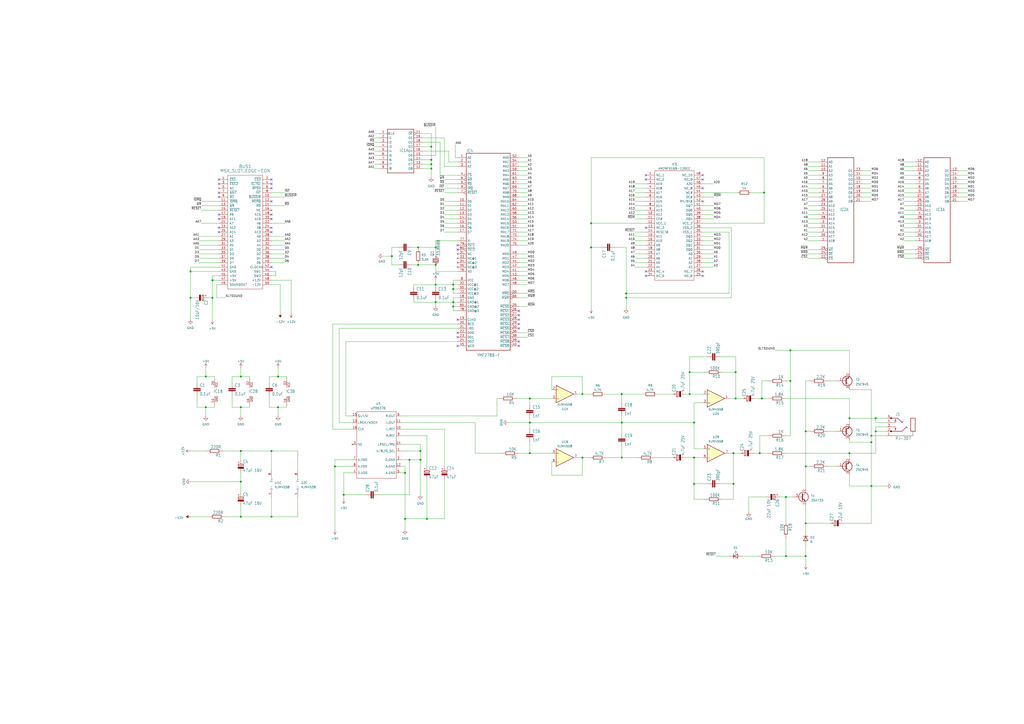
<source format=kicad_sch>
(kicad_sch (version 20230121) (generator eeschema)
  (paper "A2")
  (title_block (title "MSX OPL4 Wozblaster Reloaded") (date "2023-03-13") (rev "2.1") (company "The Retro Hacker") (comment 2 "Reloaded by Cristiano Goncalves") (comment 3 "Original Design by Gustavo Iriarte") (comment 4 "Wozblaster Reloaded v2"))
  (junction (at 139.7 279.4))
  (junction (at 234.95 300.99))
  (junction (at 458.47 203.2))
  (junction (at 161.29 218.44))
  (junction (at 455.93 288.29))
  (junction (at 455.93 322.58))
  (junction (at 262.89 175.26))
  (junction (at 363.22 170.18))
  (junction (at 119.38 236.22))
  (junction (at 402.59 265.43))
  (junction (at 119.38 218.44))
  (junction (at 467.36 303.53))
  (junction (at 440.69 262.89))
  (junction (at 402.59 245.11))
  (junction (at 247.65 300.99))
  (junction (at 307.34 262.89))
  (junction (at 402.59 280.67))
  (junction (at 243.84 266.7))
  (junction (at 307.34 245.11))
  (junction (at 123.19 172.72))
  (junction (at 234.95 274.32))
  (junction (at 139.7 299.72))
  (junction (at 505.46 281.94))
  (junction (at 360.68 228.6))
  (junction (at 161.29 236.22))
  (junction (at 252.73 175.26))
  (junction (at 337.82 265.43))
  (junction (at 110.49 157.48))
  (junction (at 458.47 220.98))
  (junction (at 139.7 218.44))
  (junction (at 425.45 280.67))
  (junction (at 307.34 231.14))
  (junction (at 237.49 266.7))
  (junction (at 227.33 148.59))
  (junction (at 110.49 172.72))
  (junction (at 250.19 85.09))
  (junction (at 262.89 165.1))
  (junction (at 492.76 262.89))
  (junction (at 337.82 228.6))
  (junction (at 360.68 245.11))
  (junction (at 139.7 261.62))
  (junction (at 467.36 270.51))
  (junction (at 252.73 143.51))
  (junction (at 505.46 252.73))
  (junction (at 243.84 261.62))
  (junction (at 441.96 231.14))
  (junction (at 157.48 261.62))
  (junction (at 492.76 242.57))
  (junction (at 250.19 97.79))
  (junction (at 363.22 172.72))
  (junction (at 157.48 299.72))
  (junction (at 425.45 262.89))
  (junction (at 262.89 167.64))
  (junction (at 139.7 236.22))
  (junction (at 400.05 228.6))
  (junction (at 400.05 215.9))
  (junction (at 123.19 162.56))
  (junction (at 342.9 129.54))
  (junction (at 262.89 177.8))
  (junction (at 360.68 265.43))
  (junction (at 467.36 322.58))
  (junction (at 426.72 215.9))
  (junction (at 467.36 250.19))
  (junction (at 242.57 143.51))
  (junction (at 194.31 270.51))
  (junction (at 242.57 153.67))
  (junction (at 508 242.57))
  (junction (at 250.19 95.25))
  (junction (at 426.72 231.14))
  (junction (at 252.73 165.1))
  (junction (at 342.9 143.51))
  (junction (at 250.19 92.71))
  (junction (at 508 250.19))
  (junction (at 199.39 287.02))
  (junction (at 505.46 256.54))
  (junction (at 443.23 111.76))
  (junction (at 252.73 153.67))
  (no_connect (at 407.67 104.14))
  (no_connect (at 407.67 160.02))
  (no_connect (at 265.43 200.66))
  (no_connect (at 374.65 160.02))
  (no_connect (at 300.99 185.42))
  (no_connect (at 300.99 182.88))
  (no_connect (at 300.99 180.34))
  (no_connect (at 300.99 190.5))
  (no_connect (at 300.99 187.96))
  (no_connect (at 300.99 200.66))
  (no_connect (at 300.99 198.12))
  (no_connect (at 265.43 185.42))
  (no_connect (at 265.43 193.04))
  (no_connect (at 265.43 195.58))
  (no_connect (at 127 134.62))
  (no_connect (at 127 132.08))
  (no_connect (at 127 124.46))
  (no_connect (at 127 127))
  (no_connect (at 157.48 154.94))
  (no_connect (at 157.48 132.08))
  (no_connect (at 157.48 134.62))
  (no_connect (at 265.43 142.24))
  (no_connect (at 265.43 144.78))
  (no_connect (at 374.65 101.6))
  (no_connect (at 407.67 157.48))
  (no_connect (at 374.65 157.48))
  (no_connect (at 374.65 104.14))
  (no_connect (at 407.67 101.6))
  (no_connect (at 407.67 109.22))
  (no_connect (at 407.67 116.84))
  (no_connect (at 157.48 124.46))
  (no_connect (at 157.48 127))
  (no_connect (at 374.65 132.08))
  (no_connect (at 127 104.14))
  (no_connect (at 127 106.68))
  (no_connect (at 127 111.76))
  (no_connect (at 127 114.3))
  (no_connect (at 157.48 104.14))
  (no_connect (at 157.48 106.68))
  (no_connect (at 157.48 109.22))
  (no_connect (at 157.48 116.84))
  (wire (pts (xy 492.76 226.06) (xy 505.46 226.06)))
  (wire (pts (xy 252.73 157.48) (xy 265.43 157.48)))
  (wire (pts (xy 468.63 99.06) (xy 474.98 99.06)))
  (wire (pts (xy 264.16 91.44) (xy 265.43 91.44)))
  (wire (pts (xy 320.04 226.06) (xy 320.04 218.44)))
  (wire (pts (xy 307.34 245.11) (xy 307.34 248.92)))
  (wire (pts (xy 257.81 109.22) (xy 265.43 109.22)))
  (wire (pts (xy 166.37 218.44) (xy 166.37 219.71)))
  (wire (pts (xy 161.29 236.22) (xy 166.37 236.22)))
  (wire (pts (xy 245.11 77.47) (xy 250.19 77.47)))
  (wire (pts (xy 492.76 262.89) (xy 492.76 265.43)))
  (wire (pts (xy 247.65 252.73) (xy 232.41 252.73)))
  (wire (pts (xy 455.93 262.89) (xy 492.76 262.89)))
  (wire (pts (xy 199.39 274.32) (xy 204.47 274.32)))
  (wire (pts (xy 424.18 172.72) (xy 363.22 172.72)))
  (wire (pts (xy 262.89 167.64) (xy 262.89 170.18)))
  (wire (pts (xy 300.99 154.94) (xy 306.07 154.94)))
  (wire (pts (xy 492.76 255.27) (xy 492.76 256.54)))
  (wire (pts (xy 363.22 170.18) (xy 363.22 172.72)))
  (wire (pts (xy 467.36 303.53) (xy 481.33 303.53)))
  (wire (pts (xy 196.85 245.11) (xy 204.47 245.11)))
  (wire (pts (xy 217.17 92.71) (xy 219.71 92.71)))
  (wire (pts (xy 257.81 119.38) (xy 265.43 119.38)))
  (wire (pts (xy 524.51 134.62) (xy 530.86 134.62)))
  (wire (pts (xy 257.81 121.92) (xy 265.43 121.92)))
  (wire (pts (xy 440.69 252.73) (xy 445.77 252.73)))
  (wire (pts (xy 455.93 231.14) (xy 492.76 231.14)))
  (wire (pts (xy 422.91 134.62) (xy 422.91 170.18)))
  (wire (pts (xy 242.57 152.4) (xy 242.57 153.67)))
  (wire (pts (xy 508 250.19) (xy 514.35 250.19)))
  (wire (pts (xy 116.84 116.84) (xy 127 116.84)))
  (wire (pts (xy 307.34 231.14) (xy 320.04 231.14)))
  (wire (pts (xy 524.51 99.06) (xy 530.86 99.06)))
  (wire (pts (xy 157.48 149.86) (xy 165.1 149.86)))
  (wire (pts (xy 337.82 218.44) (xy 337.82 228.6)))
  (wire (pts (xy 232.41 274.32) (xy 234.95 274.32)))
  (wire (pts (xy 240.03 175.26) (xy 252.73 175.26)))
  (wire (pts (xy 294.64 245.11) (xy 307.34 245.11)))
  (wire (pts (xy 116.84 121.92) (xy 127 121.92)))
  (wire (pts (xy 419.1 215.9) (xy 426.72 215.9)))
  (wire (pts (xy 342.9 143.51) (xy 342.9 179.07)))
  (wire (pts (xy 110.49 157.48) (xy 127 157.48)))
  (wire (pts (xy 110.49 154.94) (xy 110.49 157.48)))
  (wire (pts (xy 157.48 152.4) (xy 165.1 152.4)))
  (wire (pts (xy 500.38 111.76) (xy 505.46 111.76)))
  (wire (pts (xy 426.72 231.14) (xy 430.53 231.14)))
  (wire (pts (xy 161.29 213.36) (xy 161.29 218.44)))
  (wire (pts (xy 134.62 236.22) (xy 139.7 236.22)))
  (wire (pts (xy 300.99 137.16) (xy 306.07 137.16)))
  (wire (pts (xy 262.89 167.64) (xy 265.43 167.64)))
  (wire (pts (xy 139.7 279.4) (xy 139.7 285.75)))
  (wire (pts (xy 300.99 147.32) (xy 306.07 147.32)))
  (wire (pts (xy 556.26 101.6) (xy 561.34 101.6)))
  (wire (pts (xy 556.26 99.06) (xy 561.34 99.06)))
  (wire (pts (xy 193.04 187.96) (xy 265.43 187.96)))
  (wire (pts (xy 505.46 256.54) (xy 505.46 281.94)))
  (wire (pts (xy 449.58 322.58) (xy 455.93 322.58)))
  (wire (pts (xy 368.3 154.94) (xy 374.65 154.94)))
  (wire (pts (xy 130.81 299.72) (xy 139.7 299.72)))
  (wire (pts (xy 234.95 274.32) (xy 234.95 300.99)))
  (wire (pts (xy 524.51 101.6) (xy 530.86 101.6)))
  (wire (pts (xy 250.19 85.09) (xy 250.19 92.71)))
  (wire (pts (xy 123.19 162.56) (xy 127 162.56)))
  (wire (pts (xy 407.67 152.4) (xy 414.02 152.4)))
  (wire (pts (xy 524.51 111.76) (xy 530.86 111.76)))
  (wire (pts (xy 467.36 322.58) (xy 467.36 327.66)))
  (wire (pts (xy 407.67 132.08) (xy 424.18 132.08)))
  (wire (pts (xy 232.41 270.51) (xy 234.95 270.51)))
  (wire (pts (xy 139.7 261.62) (xy 139.7 266.7)))
  (wire (pts (xy 262.89 177.8) (xy 262.89 180.34)))
  (wire (pts (xy 238.76 153.67) (xy 242.57 153.67)))
  (wire (pts (xy 193.04 187.96) (xy 193.04 248.92)))
  (wire (pts (xy 300.99 177.8) (xy 306.07 177.8)))
  (wire (pts (xy 505.46 252.73) (xy 505.46 256.54)))
  (wire (pts (xy 232.41 241.3) (xy 288.29 241.3)))
  (wire (pts (xy 114.3 236.22) (xy 119.38 236.22)))
  (wire (pts (xy 252.73 165.1) (xy 262.89 165.1)))
  (wire (pts (xy 300.99 157.48) (xy 306.07 157.48)))
  (wire (pts (xy 243.84 261.62) (xy 243.84 266.7)))
  (wire (pts (xy 337.82 228.6) (xy 342.9 228.6)))
  (wire (pts (xy 524.51 149.86) (xy 530.86 149.86)))
  (wire (pts (xy 524.51 147.32) (xy 530.86 147.32)))
  (wire (pts (xy 250.19 77.47) (xy 250.19 85.09)))
  (wire (pts (xy 368.3 149.86) (xy 374.65 149.86)))
  (wire (pts (xy 468.63 119.38) (xy 474.98 119.38)))
  (wire (pts (xy 275.59 262.89) (xy 275.59 245.11)))
  (wire (pts (xy 217.17 95.25) (xy 219.71 95.25)))
  (wire (pts (xy 426.72 215.9) (xy 426.72 231.14)))
  (wire (pts (xy 407.67 149.86) (xy 414.02 149.86)))
  (wire (pts (xy 307.34 262.89) (xy 320.04 262.89)))
  (wire (pts (xy 194.31 266.7) (xy 194.31 270.51)))
  (wire (pts (xy 157.48 157.48) (xy 160.02 157.48)))
  (wire (pts (xy 407.67 119.38) (xy 414.02 119.38)))
  (wire (pts (xy 468.63 147.32) (xy 474.98 147.32)))
  (wire (pts (xy 468.63 124.46) (xy 474.98 124.46)))
  (wire (pts (xy 222.25 148.59) (xy 227.33 148.59)))
  (wire (pts (xy 114.3 229.87) (xy 114.3 236.22)))
  (wire (pts (xy 468.63 132.08) (xy 474.98 132.08)))
  (wire (pts (xy 492.76 275.59) (xy 492.76 281.94)))
  (wire (pts (xy 407.67 111.76) (xy 427.99 111.76)))
  (wire (pts (xy 468.63 106.68) (xy 474.98 106.68)))
  (wire (pts (xy 443.23 129.54) (xy 443.23 111.76)))
  (wire (pts (xy 290.83 262.89) (xy 275.59 262.89)))
  (wire (pts (xy 368.3 119.38) (xy 374.65 119.38)))
  (wire (pts (xy 402.59 280.67) (xy 402.59 289.56)))
  (wire (pts (xy 217.17 87.63) (xy 219.71 87.63)))
  (wire (pts (xy 407.67 106.68) (xy 414.02 106.68)))
  (wire (pts (xy 110.49 172.72) (xy 113.03 172.72)))
  (wire (pts (xy 247.65 252.73) (xy 247.65 270.51)))
  (wire (pts (xy 252.73 175.26) (xy 262.89 175.26)))
  (wire (pts (xy 455.93 322.58) (xy 455.93 312.42)))
  (wire (pts (xy 257.81 96.52) (xy 265.43 96.52)))
  (wire (pts (xy 217.17 90.17) (xy 219.71 90.17)))
  (wire (pts (xy 368.3 114.3) (xy 374.65 114.3)))
  (wire (pts (xy 368.3 109.22) (xy 374.65 109.22)))
  (wire (pts (xy 255.27 82.55) (xy 255.27 101.6)))
  (wire (pts (xy 524.51 96.52) (xy 530.86 96.52)))
  (wire (pts (xy 172.72 288.29) (xy 172.72 299.72)))
  (wire (pts (xy 407.67 147.32) (xy 414.02 147.32)))
  (wire (pts (xy 556.26 114.3) (xy 561.34 114.3)))
  (wire (pts (xy 368.3 134.62) (xy 374.65 134.62)))
  (wire (pts (xy 417.83 207.01) (xy 426.72 207.01)))
  (wire (pts (xy 139.7 218.44) (xy 134.62 218.44)))
  (wire (pts (xy 425.45 280.67) (xy 425.45 289.56)))
  (wire (pts (xy 262.89 172.72) (xy 262.89 175.26)))
  (wire (pts (xy 257.81 127) (xy 265.43 127)))
  (wire (pts (xy 156.21 218.44) (xy 156.21 222.25)))
  (wire (pts (xy 407.67 137.16) (xy 414.02 137.16)))
  (wire (pts (xy 119.38 218.44) (xy 124.46 218.44)))
  (wire (pts (xy 458.47 203.2) (xy 492.76 203.2)))
  (wire (pts (xy 424.18 132.08) (xy 424.18 172.72)))
  (wire (pts (xy 397.51 228.6) (xy 400.05 228.6)))
  (wire (pts (xy 262.89 162.56) (xy 262.89 165.1)))
  (wire (pts (xy 300.99 132.08) (xy 306.07 132.08)))
  (wire (pts (xy 524.51 109.22) (xy 530.86 109.22)))
  (wire (pts (xy 556.26 109.22) (xy 561.34 109.22)))
  (wire (pts (xy 368.3 124.46) (xy 374.65 124.46)))
  (wire (pts (xy 407.67 134.62) (xy 422.91 134.62)))
  (wire (pts (xy 115.57 147.32) (xy 127 147.32)))
  (wire (pts (xy 480.06 220.98) (xy 485.14 220.98)))
  (wire (pts (xy 468.63 127) (xy 474.98 127)))
  (wire (pts (xy 402.59 289.56) (xy 408.94 289.56)))
  (wire (pts (xy 468.63 93.98) (xy 474.98 93.98)))
  (wire (pts (xy 468.63 144.78) (xy 474.98 144.78)))
  (wire (pts (xy 232.41 261.62) (xy 243.84 261.62)))
  (wire (pts (xy 116.84 129.54) (xy 127 129.54)))
  (wire (pts (xy 402.59 260.35) (xy 407.67 260.35)))
  (wire (pts (xy 262.89 165.1) (xy 265.43 165.1)))
  (wire (pts (xy 492.76 256.54) (xy 505.46 256.54)))
  (wire (pts (xy 240.03 165.1) (xy 252.73 165.1)))
  (wire (pts (xy 468.63 137.16) (xy 474.98 137.16)))
  (wire (pts (xy 468.63 101.6) (xy 474.98 101.6)))
  (wire (pts (xy 556.26 104.14) (xy 561.34 104.14)))
  (wire (pts (xy 400.05 207.01) (xy 410.21 207.01)))
  (wire (pts (xy 300.99 139.7) (xy 306.07 139.7)))
  (wire (pts (xy 257.81 278.13) (xy 257.81 300.99)))
  (wire (pts (xy 217.17 97.79) (xy 219.71 97.79)))
  (wire (pts (xy 467.36 270.51) (xy 469.9 270.51)))
  (wire (pts (xy 199.39 274.32) (xy 199.39 287.02)))
  (wire (pts (xy 514.35 245.11) (xy 508 245.11)))
  (wire (pts (xy 300.99 172.72) (xy 306.07 172.72)))
  (wire (pts (xy 320.04 275.59) (xy 337.82 275.59)))
  (wire (pts (xy 240.03 175.26) (xy 240.03 173.99)))
  (wire (pts (xy 407.67 139.7) (xy 414.02 139.7)))
  (wire (pts (xy 139.7 261.62) (xy 157.48 261.62)))
  (wire (pts (xy 234.95 300.99) (xy 234.95 307.34)))
  (wire (pts (xy 157.48 137.16) (xy 165.1 137.16)))
  (wire (pts (xy 508 242.57) (xy 514.35 242.57)))
  (wire (pts (xy 257.81 132.08) (xy 265.43 132.08)))
  (wire (pts (xy 524.51 139.7) (xy 530.86 139.7)))
  (wire (pts (xy 288.29 231.14) (xy 288.29 241.3)))
  (wire (pts (xy 335.28 228.6) (xy 337.82 228.6)))
  (wire (pts (xy 217.17 82.55) (xy 219.71 82.55)))
  (wire (pts (xy 123.19 160.02) (xy 127 160.02)))
  (wire (pts (xy 300.99 93.98) (xy 306.07 93.98)))
  (wire (pts (xy 363.22 172.72) (xy 363.22 179.07)))
  (wire (pts (xy 300.99 91.44) (xy 306.07 91.44)))
  (wire (pts (xy 363.22 143.51) (xy 363.22 170.18)))
  (wire (pts (xy 252.73 90.17) (xy 245.11 90.17)))
  (wire (pts (xy 157.48 165.1) (xy 162.56 165.1)))
  (wire (pts (xy 245.11 92.71) (xy 250.19 92.71)))
  (wire (pts (xy 157.48 111.76) (xy 165.1 111.76)))
  (wire (pts (xy 300.99 195.58) (xy 306.07 195.58)))
  (wire (pts (xy 193.04 248.92) (xy 204.47 248.92)))
  (wire (pts (xy 139.7 236.22) (xy 139.7 241.3)))
  (wire (pts (xy 234.95 270.51) (xy 234.95 274.32)))
  (wire (pts (xy 360.68 259.08) (xy 360.68 265.43)))
  (wire (pts (xy 257.81 104.14) (xy 265.43 104.14)))
  (wire (pts (xy 123.19 162.56) (xy 123.19 172.72)))
  (wire (pts (xy 407.67 121.92) (xy 414.02 121.92)))
  (wire (pts (xy 300.99 127) (xy 306.07 127)))
  (wire (pts (xy 505.46 303.53) (xy 488.95 303.53)))
  (wire (pts (xy 524.51 114.3) (xy 530.86 114.3)))
  (wire (pts (xy 402.59 265.43) (xy 402.59 280.67)))
  (wire (pts (xy 422.91 170.18) (xy 363.22 170.18)))
  (wire (pts (xy 430.53 322.58) (xy 439.42 322.58)))
  (wire (pts (xy 360.68 241.3) (xy 360.68 245.11)))
  (wire (pts (xy 157.48 144.78) (xy 165.1 144.78)))
  (wire (pts (xy 368.3 139.7) (xy 374.65 139.7)))
  (wire (pts (xy 444.5 288.29) (xy 434.34 288.29)))
  (wire (pts (xy 422.91 231.14) (xy 426.72 231.14)))
  (wire (pts (xy 360.68 245.11) (xy 402.59 245.11)))
  (wire (pts (xy 252.73 153.67) (xy 252.73 157.48)))
  (wire (pts (xy 368.3 106.68) (xy 374.65 106.68)))
  (wire (pts (xy 368.3 137.16) (xy 374.65 137.16)))
  (wire (pts (xy 139.7 236.22) (xy 144.78 236.22)))
  (wire (pts (xy 425.45 262.89) (xy 429.26 262.89)))
  (wire (pts (xy 110.49 172.72) (xy 110.49 185.42)))
  (wire (pts (xy 436.88 262.89) (xy 440.69 262.89)))
  (wire (pts (xy 467.36 250.19) (xy 467.36 270.51)))
  (wire (pts (xy 157.48 129.54) (xy 165.1 129.54)))
  (wire (pts (xy 139.7 213.36) (xy 139.7 218.44)))
  (wire (pts (xy 234.95 300.99) (xy 247.65 300.99)))
  (wire (pts (xy 468.63 116.84) (xy 474.98 116.84)))
  (wire (pts (xy 257.81 248.92) (xy 257.81 270.51)))
  (wire (pts (xy 505.46 281.94) (xy 505.46 303.53)))
  (wire (pts (xy 157.48 147.32) (xy 165.1 147.32)))
  (wire (pts (xy 265.43 172.72) (xy 262.89 172.72)))
  (wire (pts (xy 255.27 101.6) (xy 265.43 101.6)))
  (wire (pts (xy 556.26 116.84) (xy 561.34 116.84)))
  (wire (pts (xy 300.99 193.04) (xy 306.07 193.04)))
  (wire (pts (xy 434.34 288.29) (xy 434.34 297.18)))
  (wire (pts (xy 556.26 111.76) (xy 561.34 111.76)))
  (wire (pts (xy 300.99 134.62) (xy 306.07 134.62)))
  (wire (pts (xy 480.06 270.51) (xy 485.14 270.51)))
  (wire (pts (xy 157.48 261.62) (xy 172.72 261.62)))
  (wire (pts (xy 299.72 231.14) (xy 307.34 231.14)))
  (wire (pts (xy 469.9 220.98) (xy 467.36 220.98)))
  (wire (pts (xy 467.36 316.23) (xy 467.36 322.58)))
  (wire (pts (xy 508 247.65) (xy 508 250.19)))
  (wire (pts (xy 161.29 218.44) (xy 156.21 218.44)))
  (wire (pts (xy 402.59 245.11) (xy 402.59 260.35)))
  (wire (pts (xy 114.3 218.44) (xy 114.3 222.25)))
  (wire (pts (xy 144.78 236.22) (xy 144.78 234.95)))
  (wire (pts (xy 360.68 228.6) (xy 373.38 228.6)))
  (wire (pts (xy 250.19 95.25) (xy 250.19 97.79)))
  (wire (pts (xy 157.48 288.29) (xy 157.48 299.72)))
  (wire (pts (xy 242.57 153.67) (xy 252.73 153.67)))
  (wire (pts (xy 119.38 213.36) (xy 119.38 218.44)))
  (wire (pts (xy 342.9 129.54) (xy 374.65 129.54)))
  (wire (pts (xy 307.34 231.14) (xy 307.34 234.95)))
  (wire (pts (xy 402.59 280.67) (xy 410.21 280.67)))
  (wire (pts (xy 435.61 111.76) (xy 443.23 111.76)))
  (wire (pts (xy 300.99 101.6) (xy 306.07 101.6)))
  (wire (pts (xy 505.46 252.73) (xy 514.35 252.73)))
  (wire (pts (xy 300.99 116.84) (xy 306.07 116.84)))
  (wire (pts (xy 124.46 218.44) (xy 124.46 219.71)))
  (wire (pts (xy 467.36 303.53) (xy 467.36 308.61)))
  (wire (pts (xy 300.99 114.3) (xy 306.07 114.3)))
  (wire (pts (xy 441.96 220.98) (xy 441.96 231.14)))
  (wire (pts (xy 232.41 257.81) (xy 243.84 257.81)))
  (wire (pts (xy 500.38 101.6) (xy 505.46 101.6)))
  (wire (pts (xy 524.51 144.78) (xy 530.86 144.78)))
  (wire (pts (xy 397.51 265.43) (xy 402.59 265.43)))
  (wire (pts (xy 307.34 256.54) (xy 307.34 262.89)))
  (wire (pts (xy 468.63 129.54) (xy 474.98 129.54)))
  (wire (pts (xy 505.46 281.94) (xy 514.35 281.94)))
  (wire (pts (xy 166.37 234.95) (xy 166.37 236.22)))
  (wire (pts (xy 300.99 99.06) (xy 306.07 99.06)))
  (wire (pts (xy 449.58 203.2) (xy 458.47 203.2)))
  (wire (pts (xy 458.47 203.2) (xy 458.47 220.98)))
  (wire (pts (xy 219.71 287.02) (xy 237.49 287.02)))
  (wire (pts (xy 440.69 262.89) (xy 445.77 262.89)))
  (wire (pts (xy 467.36 270.51) (xy 467.36 283.21)))
  (wire (pts (xy 200.66 241.3) (xy 204.47 241.3)))
  (wire (pts (xy 247.65 278.13) (xy 247.65 300.99)))
  (wire (pts (xy 467.36 250.19) (xy 469.9 250.19)))
  (wire (pts (xy 257.81 116.84) (xy 265.43 116.84)))
  (wire (pts (xy 468.63 111.76) (xy 474.98 111.76)))
  (wire (pts (xy 110.49 157.48) (xy 110.49 172.72)))
  (wire (pts (xy 458.47 220.98) (xy 458.47 252.73)))
  (wire (pts (xy 162.56 165.1) (xy 162.56 181.61)))
  (wire (pts (xy 231.14 153.67) (xy 227.33 153.67)))
  (wire (pts (xy 300.99 142.24) (xy 306.07 142.24)))
  (wire (pts (xy 231.14 143.51) (xy 227.33 143.51)))
  (wire (pts (xy 407.67 129.54) (xy 443.23 129.54)))
  (wire (pts (xy 120.65 172.72) (xy 123.19 172.72)))
  (wire (pts (xy 360.68 265.43) (xy 369.57 265.43)))
  (wire (pts (xy 300.99 121.92) (xy 306.07 121.92)))
  (wire (pts (xy 368.3 144.78) (xy 374.65 144.78)))
  (wire (pts (xy 452.12 288.29) (xy 455.93 288.29)))
  (wire (pts (xy 219.71 80.01) (xy 217.17 80.01)))
  (wire (pts (xy 300.99 152.4) (xy 306.07 152.4)))
  (wire (pts (xy 342.9 91.44) (xy 342.9 129.54)))
  (wire (pts (xy 300.99 96.52) (xy 306.07 96.52)))
  (wire (pts (xy 265.43 175.26) (xy 262.89 175.26)))
  (wire (pts (xy 115.57 137.16) (xy 127 137.16)))
  (wire (pts (xy 407.67 127) (xy 414.02 127)))
  (wire (pts (xy 243.84 257.81) (xy 243.84 261.62)))
  (wire (pts (xy 350.52 228.6) (xy 360.68 228.6)))
  (wire (pts (xy 415.29 322.58) (xy 422.91 322.58)))
  (wire (pts (xy 500.38 106.68) (xy 505.46 106.68)))
  (wire (pts (xy 157.48 142.24) (xy 165.1 142.24)))
  (wire (pts (xy 123.19 172.72) (xy 123.19 185.42)))
  (wire (pts (xy 368.3 147.32) (xy 374.65 147.32)))
  (wire (pts (xy 156.21 236.22) (xy 156.21 229.87)))
  (wire (pts (xy 257.81 129.54) (xy 265.43 129.54)))
  (wire (pts (xy 556.26 106.68) (xy 561.34 106.68)))
  (wire (pts (xy 508 250.19) (xy 508 262.89)))
  (wire (pts (xy 524.51 127) (xy 530.86 127)))
  (wire (pts (xy 455.93 288.29) (xy 455.93 302.26)))
  (wire (pts (xy 335.28 265.43) (xy 337.82 265.43)))
  (wire (pts (xy 119.38 236.22) (xy 124.46 236.22)))
  (wire (pts (xy 425.45 262.89) (xy 425.45 280.67)))
  (wire (pts (xy 262.89 170.18) (xy 265.43 170.18)))
  (wire (pts (xy 342.9 91.44) (xy 443.23 91.44)))
  (wire (pts (xy 252.73 173.99) (xy 252.73 175.26)))
  (wire (pts (xy 168.91 162.56) (xy 168.91 181.61)))
  (wire (pts (xy 300.99 165.1) (xy 306.07 165.1)))
  (wire (pts (xy 134.62 218.44) (xy 134.62 222.25)))
  (wire (pts (xy 514.35 247.65) (xy 508 247.65)))
  (wire (pts (xy 125.73 165.1) (xy 127 165.1)))
  (wire (pts (xy 245.11 97.79) (xy 250.19 97.79)))
  (wire (pts (xy 468.63 149.86) (xy 474.98 149.86)))
  (wire (pts (xy 500.38 109.22) (xy 505.46 109.22)))
  (wire (pts (xy 134.62 229.87) (xy 134.62 236.22)))
  (wire (pts (xy 212.09 287.02) (xy 199.39 287.02)))
  (wire (pts (xy 492.76 242.57) (xy 492.76 245.11)))
  (wire (pts (xy 500.38 116.84) (xy 505.46 116.84)))
  (wire (pts (xy 455.93 288.29) (xy 459.74 288.29)))
  (wire (pts (xy 257.81 124.46) (xy 265.43 124.46)))
  (wire (pts (xy 245.11 80.01) (xy 257.81 80.01)))
  (wire (pts (xy 524.51 124.46) (xy 530.86 124.46)))
  (wire (pts (xy 356.87 143.51) (xy 363.22 143.51)))
  (wire (pts (xy 492.76 281.94) (xy 505.46 281.94)))
  (wire (pts (xy 166.37 218.44) (xy 161.29 218.44)))
  (wire (pts (xy 467.36 220.98) (xy 467.36 250.19)))
  (wire (pts (xy 252.73 175.26) (xy 252.73 177.8)))
  (wire (pts (xy 262.89 180.34) (xy 265.43 180.34)))
  (wire (pts (xy 524.51 104.14) (xy 530.86 104.14)))
  (wire (pts (xy 160.02 157.48) (xy 160.02 160.02)))
  (wire (pts (xy 300.99 111.76) (xy 306.07 111.76)))
  (wire (pts (xy 417.83 280.67) (xy 425.45 280.67)))
  (wire (pts (xy 368.3 127) (xy 374.65 127)))
  (wire (pts (xy 265.43 177.8) (xy 262.89 177.8)))
  (wire (pts (xy 422.91 262.89) (xy 425.45 262.89)))
  (wire (pts (xy 505.46 226.06) (xy 505.46 252.73)))
  (wire (pts (xy 199.39 289.56) (xy 199.39 287.02)))
  (wire (pts (xy 342.9 143.51) (xy 349.25 143.51)))
  (wire (pts (xy 407.67 144.78) (xy 414.02 144.78)))
  (wire (pts (xy 400.05 228.6) (xy 400.05 215.9)))
  (wire (pts (xy 441.96 231.14) (xy 445.77 231.14)))
  (wire (pts (xy 524.51 129.54) (xy 530.86 129.54)))
  (wire (pts (xy 157.48 119.38) (xy 165.1 119.38)))
  (wire (pts (xy 139.7 299.72) (xy 157.48 299.72)))
  (wire (pts (xy 237.49 287.02) (xy 237.49 266.7)))
  (wire (pts (xy 250.19 95.25) (xy 250.19 92.71)))
  (wire (pts (xy 240.03 165.1) (xy 240.03 166.37)))
  (wire (pts (xy 194.31 270.51) (xy 194.31 307.34)))
  (wire (pts (xy 252.73 165.1) (xy 252.73 166.37)))
  (wire (pts (xy 115.57 144.78) (xy 127 144.78)))
  (wire (pts (xy 468.63 121.92) (xy 474.98 121.92)))
  (wire (pts (xy 204.47 266.7) (xy 194.31 266.7)))
  (wire (pts (xy 124.46 236.22) (xy 124.46 234.95)))
  (wire (pts (xy 300.99 170.18) (xy 306.07 170.18)))
  (wire (pts (xy 492.76 262.89) (xy 508 262.89)))
  (wire (pts (xy 115.57 139.7) (xy 127 139.7)))
  (wire (pts (xy 123.19 160.02) (xy 123.19 162.56)))
  (wire (pts (xy 480.06 250.19) (xy 485.14 250.19)))
  (wire (pts (xy 407.67 265.43) (xy 402.59 265.43)))
  (wire (pts (xy 115.57 142.24) (xy 127 142.24)))
  (wire (pts (xy 443.23 111.76) (xy 443.23 91.44)))
  (wire (pts (xy 110.49 299.72) (xy 120.65 299.72)))
  (wire (pts (xy 144.78 218.44) (xy 139.7 218.44)))
  (wire (pts (xy 157.48 139.7) (xy 165.1 139.7)))
  (wire (pts (xy 407.67 124.46) (xy 414.02 124.46)))
  (wire (pts (xy 468.63 109.22) (xy 474.98 109.22)))
  (wire (pts (xy 492.76 231.14) (xy 492.76 242.57)))
  (wire (pts (xy 125.73 172.72) (xy 130.81 172.72)))
  (wire (pts (xy 252.73 73.66) (xy 252.73 90.17)))
  (wire (pts (xy 300.99 124.46) (xy 306.07 124.46)))
  (wire (pts (xy 194.31 270.51) (xy 204.47 270.51)))
  (wire (pts (xy 337.82 265.43) (xy 341.63 265.43)))
  (wire (pts (xy 257.81 80.01) (xy 257.81 96.52)))
  (wire (pts (xy 360.68 228.6) (xy 360.68 233.68)))
  (wire (pts (xy 524.51 116.84) (xy 530.86 116.84)))
  (wire (pts (xy 524.51 93.98) (xy 530.86 93.98)))
  (wire (pts (xy 400.05 207.01) (xy 400.05 215.9)))
  (wire (pts (xy 368.3 142.24) (xy 374.65 142.24)))
  (wire (pts (xy 139.7 299.72) (xy 139.7 293.37)))
  (wire (pts (xy 260.35 87.63) (xy 260.35 93.98)))
  (wire (pts (xy 172.72 261.62) (xy 172.72 273.05)))
  (wire (pts (xy 160.02 160.02) (xy 157.48 160.02)))
  (wire (pts (xy 307.34 242.57) (xy 307.34 245.11)))
  (wire (pts (xy 245.11 87.63) (xy 260.35 87.63)))
  (wire (pts (xy 307.34 245.11) (xy 360.68 245.11)))
  (wire (pts (xy 265.43 162.56) (xy 262.89 162.56)))
  (wire (pts (xy 217.17 85.09) (xy 219.71 85.09)))
  (wire (pts (xy 320.04 218.44) (xy 337.82 218.44)))
  (wire (pts (xy 360.68 245.11) (xy 360.68 251.46)))
  (wire (pts (xy 217.17 77.47) (xy 219.71 77.47)))
  (wire (pts (xy 227.33 148.59) (xy 227.33 153.67)))
  (wire (pts (xy 351.79 265.43) (xy 360.68 265.43)))
  (wire (pts (xy 157.48 114.3) (xy 165.1 114.3)))
  (wire (pts (xy 438.15 231.14) (xy 441.96 231.14)))
  (wire (pts (xy 368.3 121.92) (xy 374.65 121.92)))
  (wire (pts (xy 402.59 233.68) (xy 407.67 233.68)))
  (wire (pts (xy 300.99 149.86) (xy 306.07 149.86)))
  (wire (pts (xy 252.73 139.7) (xy 265.43 139.7)))
  (wire (pts (xy 110.49 154.94) (xy 127 154.94)))
  (wire (pts (xy 524.51 137.16) (xy 530.86 137.16)))
  (wire (pts (xy 114.3 218.44) (xy 119.38 218.44)))
  (wire (pts (xy 402.59 245.11) (xy 402.59 233.68)))
  (wire (pts (xy 196.85 190.5) (xy 265.43 190.5)))
  (wire (pts (xy 440.69 252.73) (xy 440.69 262.89)))
  (wire (pts (xy 342.9 129.54) (xy 342.9 143.51)))
  (wire (pts (xy 320.04 267.97) (xy 320.04 275.59)))
  (wire (pts (xy 157.48 273.05) (xy 157.48 261.62)))
  (wire (pts (xy 407.67 142.24) (xy 414.02 142.24)))
  (wire (pts (xy 264.16 91.44) (xy 264.16 83.82)))
  (wire (pts (xy 400.05 228.6) (xy 407.67 228.6)))
  (wire (pts (xy 245.11 95.25) (xy 250.19 95.25)))
  (wire (pts (xy 500.38 104.14) (xy 505.46 104.14)))
  (wire (pts (xy 227.33 143.51) (xy 227.33 148.59)))
  (wire (pts (xy 426.72 207.01) (xy 426.72 215.9)))
  (wire (pts (xy 419.1 289.56) (xy 425.45 289.56)))
  (wire (pts (xy 289.56 231.14) (xy 288.29 231.14)))
  (wire (pts (xy 196.85 190.5) (xy 196.85 245.11)))
  (wire (pts (xy 262.89 175.26) (xy 262.89 177.8)))
  (wire (pts (xy 524.51 132.08) (xy 530.86 132.08)))
  (wire (pts (xy 381 228.6) (xy 389.89 228.6)))
  (wire (pts (xy 407.67 114.3) (xy 414.02 114.3)))
  (wire (pts (xy 200.66 198.12) (xy 265.43 198.12)))
  (wire (pts (xy 300.99 129.54) (xy 306.07 129.54)))
  (wire (pts (xy 144.78 218.44) (xy 144.78 219.71)))
  (wire (pts (xy 500.38 99.06) (xy 505.46 99.06)))
  (wire (pts (xy 300.99 109.22) (xy 306.07 109.22)))
  (wire (pts (xy 247.65 300.99) (xy 257.81 300.99)))
  (wire (pts (xy 252.73 143.51) (xy 252.73 148.59)))
  (wire (pts (xy 252.73 162.56) (xy 252.73 165.1)))
  (wire (pts (xy 115.57 149.86) (xy 127 149.86)))
  (wire (pts (xy 243.84 266.7) (xy 243.84 287.02)))
  (wire (pts (xy 156.21 236.22) (xy 161.29 236.22)))
  (wire (pts (xy 257.81 106.68) (xy 265.43 106.68)))
  (wire (pts (xy 110.49 261.62) (xy 119.38 261.62)))
  (wire (pts (xy 110.49 279.4) (xy 139.7 279.4)))
  (wire (pts (xy 492.76 203.2) (xy 492.76 215.9)))
  (wire (pts (xy 500.38 114.3) (xy 505.46 114.3)))
  (wire (pts (xy 257.81 111.76) (xy 265.43 111.76)))
  (wire (pts (xy 115.57 152.4) (xy 127 152.4)))
  (wire (pts (xy 139.7 274.32) (xy 139.7 279.4)))
  (wire (pts (xy 125.73 165.1) (xy 125.73 172.72)))
  (wire (pts (xy 237.49 266.7) (xy 243.84 266.7)))
  (wire (pts (xy 368.3 111.76) (xy 374.65 111.76)))
  (wire (pts (xy 200.66 198.12) (xy 200.66 241.3)))
  (wire (pts (xy 257.81 134.62) (xy 265.43 134.62)))
  (wire (pts (xy 400.05 215.9) (xy 408.94 215.9)))
  (wire (pts (xy 407.67 154.94) (xy 414.02 154.94)))
  (wire (pts (xy 242.57 143.51) (xy 242.57 144.78)))
  (wire (pts (xy 119.38 236.22) (xy 119.38 241.3)))
  (wire (pts (xy 468.63 96.52) (xy 474.98 96.52)))
  (wire (pts (xy 524.51 121.92) (xy 530.86 121.92)))
  (wire (pts (xy 468.63 104.14) (xy 474.98 104.14)))
  (wire (pts (xy 252.73 139.7) (xy 252.73 143.51)))
  (wire (pts (xy 116.84 119.38) (xy 127 119.38)))
  (wire (pts (xy 262.89 165.1) (xy 262.89 167.64)))
  (wire (pts (xy 300.99 160.02) (xy 306.07 160.02)))
  (wire (pts (xy 508 242.57) (xy 508 245.11)))
  (wire (pts (xy 368.3 116.84) (xy 374.65 116.84)))
  (wire (pts (xy 368.3 152.4) (xy 374.65 152.4)))
  (wire (pts (xy 468.63 114.3) (xy 474.98 114.3)))
  (wire (pts (xy 232.41 266.7) (xy 237.49 266.7)))
  (wire (pts (xy 157.48 299.72) (xy 172.72 299.72)))
  (wire (pts (xy 245.11 85.09) (xy 250.19 85.09)))
  (wire (pts (xy 379.73 265.43) (xy 389.89 265.43)))
  (wire (pts (xy 129.54 261.62) (xy 139.7 261.62)))
  (wire (pts (xy 524.51 106.68) (xy 530.86 106.68)))
  (wire (pts (xy 445.77 220.98) (xy 441.96 220.98)))
  (wire (pts (xy 232.41 245.11) (xy 275.59 245.11)))
  (wire (pts (xy 260.35 93.98) (xy 265.43 93.98)))
  (wire (pts (xy 300.99 119.38) (xy 306.07 119.38)))
  (wire (pts (xy 300.99 106.68) (xy 306.07 106.68)))
  (wire (pts (xy 161.29 236.22) (xy 161.29 241.3)))
  (wire (pts (xy 467.36 293.37) (xy 467.36 303.53)))
  (wire (pts (xy 245.11 82.55) (xy 255.27 82.55)))
  (wire (pts (xy 524.51 119.38) (xy 530.86 119.38)))
  (wire (pts (xy 300.99 162.56) (xy 306.07 162.56)))
  (wire (pts (xy 337.82 265.43) (xy 337.82 275.59)))
  (wire (pts (xy 157.48 162.56) (xy 168.91 162.56)))
  (wire (pts (xy 455.93 220.98) (xy 458.47 220.98)))
  (wire (pts (xy 492.76 242.57) (xy 508 242.57)))
  (wire (pts (xy 455.93 322.58) (xy 467.36 322.58)))
  (wire (pts (xy 455.93 252.73) (xy 458.47 252.73)))
  (wire (pts (xy 468.63 139.7) (xy 474.98 139.7)))
  (wire (pts (xy 257.81 248.92) (xy 232.41 248.92)))
  (wire (pts (xy 300.99 262.89) (xy 307.34 262.89)))
  (wire (pts (xy 242.57 143.51) (xy 252.73 143.51)))
  (wire (pts (xy 468.63 134.62) (xy 474.98 134.62)))
  (wire (pts (xy 250.19 97.79) (xy 250.19 102.87)))
  (wire (pts (xy 300.99 104.14) (xy 306.07 104.14)))
  (wire (pts (xy 238.76 143.51) (xy 242.57 143.51)))
  (label "MD4" (at 414.02 127 0) (effects (font (size 1.2446 1.2446))))
  (label "AA3" (at 115.57 139.7 180) (effects (font (size 1.2446 1.2446))))
  (label "AA2" (at 165.1 139.7 0) (effects (font (size 1.2446 1.2446))))
  (label "~{MRD}" (at 468.63 147.32 180) (effects (font (size 1.2446 1.2446))))
  (label "A12" (at 468.63 137.16 180) (effects (font (size 1.2446 1.2446))))
  (label "A8" (at 524.51 96.52 180) (effects (font (size 1.2446 1.2446))))
  (label "A2" (at 468.63 139.7 180) (effects (font (size 1.2446 1.2446))))
  (label "MD2" (at 561.34 104.14 0) (effects (font (size 1.2446 1.2446))))
  (label "~{MWR}" (at 468.63 144.78 180) (effects (font (size 1.2446 1.2446))))
  (label "A11" (at 468.63 124.46 180) (effects (font (size 1.2446 1.2446))))
  (label "MD0" (at 561.34 106.68 0) (effects (font (size 1.2446 1.2446))))
  (label "AA5" (at 217.17 87.63 180) (effects (font (size 1.2446 1.2446))))
  (label "A17" (at 368.3 111.76 180) (effects (font (size 1.2446 1.2446))))
  (label "~{MRD}" (at 524.51 147.32 180) (effects (font (size 1.2446 1.2446))))
  (label "~{RESET}" (at 116.84 121.92 180) (effects (font (size 1.2446 1.2446))))
  (label "D1" (at 257.81 119.38 180) (effects (font (size 1.2446 1.2446))))
  (label "A17" (at 524.51 116.84 180) (effects (font (size 1.2446 1.2446))))
  (label "A20" (at 306.07 142.24 0) (effects (font (size 1.2446 1.2446))))
  (label "A13" (at 306.07 124.46 0) (effects (font (size 1.2446 1.2446))))
  (label "MD4" (at 505.46 101.6 0) (effects (font (size 1.2446 1.2446))))
  (label "A16" (at 306.07 132.08 0) (effects (font (size 1.2446 1.2446))))
  (label "MD7" (at 561.34 116.84 0) (effects (font (size 1.2446 1.2446))))
  (label "MD6" (at 306.07 162.56 0) (effects (font (size 1.2446 1.2446))))
  (label "~{RESET}" (at 257.81 111.76 180) (effects (font (size 1.2446 1.2446))))
  (label "AA6" (at 217.17 77.47 180) (effects (font (size 1.2446 1.2446))))
  (label "~{IORQ}" (at 116.84 116.84 180) (effects (font (size 1.2446 1.2446))))
  (label "A8" (at 468.63 96.52 180) (effects (font (size 1.2446 1.2446))))
  (label "~{RESET}" (at 368.3 134.62 180) (effects (font (size 1.2446 1.2446))))
  (label "A5" (at 468.63 101.6 180) (effects (font (size 1.2446 1.2446))))
  (label "A2" (at 524.51 139.7 180) (effects (font (size 1.2446 1.2446))))
  (label "MD2" (at 414.02 139.7 0) (effects (font (size 1.2446 1.2446))))
  (label "AA7" (at 217.17 95.25 180) (effects (font (size 1.2446 1.2446))))
  (label "AA3" (at 217.17 92.71 180) (effects (font (size 1.2446 1.2446))))
  (label "D0" (at 165.1 144.78 0) (effects (font (size 1.2446 1.2446))))
  (label "A14" (at 524.51 109.22 180) (effects (font (size 1.2446 1.2446))))
  (label "A5" (at 524.51 101.6 180) (effects (font (size 1.2446 1.2446))))
  (label "SLTSOUND" (at 449.58 203.2 180))
  (label "~{RD}" (at 257.81 106.68 180) (effects (font (size 1.2446 1.2446))))
  (label "A5" (at 368.3 152.4 180) (effects (font (size 1.2446 1.2446))))
  (label "MD2" (at 306.07 152.4 0) (effects (font (size 1.2446 1.2446))))
  (label "A1" (at 524.51 134.62 180) (effects (font (size 1.2446 1.2446))))
  (label "A6" (at 468.63 99.06 180) (effects (font (size 1.2446 1.2446))))
  (label "MD4" (at 561.34 101.6 0) (effects (font (size 1.2446 1.2446))))
  (label "AA4" (at 217.17 90.17 180) (effects (font (size 1.2446 1.2446))))
  (label "MD0" (at 505.46 106.68 0) (effects (font (size 1.2446 1.2446))))
  (label "MD3" (at 561.34 111.76 0) (effects (font (size 1.2446 1.2446))))
  (label "MD4" (at 306.07 157.48 0) (effects (font (size 1.2446 1.2446))))
  (label "A14" (at 368.3 119.38 180) (effects (font (size 1.2446 1.2446))))
  (label "~{ROM}" (at 306.07 177.8 0) (effects (font (size 1.2446 1.2446))))
  (label "A1" (at 306.07 93.98 0) (effects (font (size 1.2446 1.2446))))
  (label "A5" (at 306.07 104.14 0) (effects (font (size 1.2446 1.2446))))
  (label "~{INT}" (at 165.1 111.76 0) (effects (font (size 1.2446 1.2446))))
  (label "A1" (at 468.63 134.62 180) (effects (font (size 1.2446 1.2446))))
  (label "~{WR}" (at 257.81 104.14 180) (effects (font (size 1.2446 1.2446))))
  (label "A18" (at 306.07 137.16 0) (effects (font (size 1.2446 1.2446))))
  (label "~{BUSDIR}" (at 165.1 114.3 0) (effects (font (size 1.2446 1.2446))))
  (label "D5" (at 257.81 129.54 180) (effects (font (size 1.2446 1.2446))))
  (label "A2" (at 306.07 96.52 0) (effects (font (size 1.2446 1.2446))))
  (label "AA2" (at 217.17 80.01 180) (effects (font (size 1.2446 1.2446))))
  (label "AA1" (at 217.17 97.79 180) (effects (font (size 1.2446 1.2446))))
  (label "AA0" (at 165.1 137.16 0) (effects (font (size 1.2446 1.2446))) (property "Netclass" "SIGNAL" (effects hide)))
  (label "A12" (at 306.07 121.92 0) (effects (font (size 1.2446 1.2446))))
  (label "~{MWR}" (at 524.51 144.78 180) (effects (font (size 1.2446 1.2446))))
  (label "A0" (at 306.07 91.44 0) (effects (font (size 1.2446 1.2446))))
  (label "A3" (at 524.51 132.08 180) (effects (font (size 1.2446 1.2446))))
  (label "A7" (at 468.63 119.38 180) (effects (font (size 1.2446 1.2446))))
  (label "D7" (at 115.57 152.4 180) (effects (font (size 1.2446 1.2446))))
  (label "A17" (at 468.63 116.84 180) (effects (font (size 1.2446 1.2446))))
  (label "A10" (at 468.63 111.76 180) (effects (font (size 1.2446 1.2446))))
  (label "A12" (at 368.3 124.46 180) (effects (font (size 1.2446 1.2446))))
  (label "A15" (at 524.51 114.3 180) (effects (font (size 1.2446 1.2446))))
  (label "A15" (at 468.63 114.3 180) (effects (font (size 1.2446 1.2446))))
  (label "A6" (at 524.51 99.06 180) (effects (font (size 1.2446 1.2446))))
  (label "A10" (at 524.51 111.76 180) (effects (font (size 1.2446 1.2446))))
  (label "D5" (at 115.57 149.86 180) (effects (font (size 1.2446 1.2446))))
  (label "A7" (at 306.07 109.22 0) (effects (font (size 1.2446 1.2446))))
  (label "MD5" (at 505.46 114.3 0) (effects (font (size 1.2446 1.2446))))
  (label "A18" (at 368.3 109.22 180) (effects (font (size 1.2446 1.2446))))
  (label "A18" (at 468.63 93.98 180) (effects (font (size 1.2446 1.2446))))
  (label "AA4" (at 165.1 142.24 0) (effects (font (size 1.2446 1.2446))))
  (label "MD1" (at 306.07 149.86 0) (effects (font (size 1.2446 1.2446))))
  (label "AA0" (at 264.16 83.82 0) (effects (font (size 1.1735 1.1735))))
  (label "~{ROM}" (at 368.3 127 180) (effects (font (size 1.2446 1.2446))))
  (label "A4" (at 368.3 154.94 180) (effects (font (size 1.2446 1.2446))))
  (label "A14" (at 468.63 109.22 180) (effects (font (size 1.2446 1.2446))))
  (label "A1" (at 414.02 149.86 0) (effects (font (size 1.2446 1.2446))))
  (label "A17" (at 306.07 134.62 0) (effects (font (size 1.2446 1.2446))))
  (label "A16" (at 368.3 114.3 180) (effects (font (size 1.2446 1.2446))))
  (label "AA1" (at 115.57 137.16 180) (effects (font (size 1.2446 1.2446))))
  (label "MD5" (at 306.07 160.02 0) (effects (font (size 1.2446 1.2446))))
  (label "AA5" (at 115.57 142.24 180) (effects (font (size 1.2446 1.2446))))
  (label "AA6" (at 165.1 129.54 0) (effects (font (size 1.2446 1.2446))))
  (label "D0" (at 257.81 116.84 180) (effects (font (size 1.2446 1.2446))))
  (label "MD6" (at 414.02 121.92 0) (effects (font (size 1.2446 1.2446))))
  (label "A9" (at 306.07 114.3 0) (effects (font (size 1.2446 1.2446))))
  (label "MD5" (at 561.34 114.3 0) (effects (font (size 1.2446 1.2446))))
  (label "~{CS0}" (at 306.07 193.04 0) (effects (font (size 1.2446 1.2446))))
  (label "A0" (at 414.02 147.32 0) (effects (font (size 1.2446 1.2446))))
  (label "~{ROM}" (at 414.02 114.3 0) (effects (font (size 1.2446 1.2446))))
  (label "MD3" (at 505.46 111.76 0) (effects (font (size 1.2446 1.2446))))
  (label "MD1" (at 561.34 109.22 0) (effects (font (size 1.2446 1.2446))))
  (label "MD3" (at 306.07 154.94 0) (effects (font (size 1.2446 1.2446))))
  (label "D7" (at 257.81 134.62 180) (effects (font (size 1.2446 1.2446))))
  (label "A9" (at 524.51 127 180) (effects (font (size 1.2446 1.2446))))
  (label "A18" (at 524.51 93.98 180) (effects (font (size 1.2446 1.2446))))
  (label "MD6" (at 505.46 99.06 0) (effects (font (size 1.2446 1.2446))))
  (label "A14" (at 306.07 127 0) (effects (font (size 1.2446 1.2446))))
  (label "~{RESET}" (at 415.29 322.58 180) (effects (font (size 1.2446 1.2446))))
  (label "D1" (at 115.57 144.78 180) (effects (font (size 1.2446 1.2446))))
  (label "~{CS1}" (at 468.63 149.86 180) (effects (font (size 1.2446 1.2446))))
  (label "MD6" (at 561.34 99.06 0) (effects (font (size 1.2446 1.2446))))
  (label "A12" (at 524.51 137.16 180) (effects (font (size 1.2446 1.2446))))
  (label "A4" (at 306.07 101.6 0) (effects (font (size 1.2446 1.2446))))
  (label "A10" (at 306.07 116.84 0) (effects (font (size 1.2446 1.2446))))
  (label "MD7" (at 414.02 119.38 0) (effects (font (size 1.2446 1.2446))))
  (label "~{IORQ}" (at 217.17 85.09 180) (effects (font (size 1.2446 1.2446))))
  (label "A11" (at 306.07 119.38 0) (effects (font (size 1.2446 1.2446))))
  (label "D6" (at 257.81 132.08 180) (effects (font (size 1.2446 1.2446))))
  (label "~{INT}" (at 257.81 109.22 180) (effects (font (size 1.2446 1.2446))))
  (label "AA7" (at 116.84 129.54 180) (effects (font (size 1.2446 1.2446))))
  (label "A9" (at 468.63 127 180) (effects (font (size 1.2446 1.2446))))
  (label "MD3" (at 414.02 137.16 0) (effects (font (size 1.2446 1.2446))))
  (label "A6" (at 368.3 149.86 180) (effects (font (size 1.2446 1.2446))))
  (label "MD1" (at 414.02 142.24 0) (effects (font (size 1.2446 1.2446))))
  (label "A19" (at 306.07 139.7 0) (effects (font (size 1.2446 1.2446))))
  (label "MD5" (at 414.02 124.46 0) (effects (font (size 1.2446 1.2446))))
  (label "D3" (at 115.57 147.32 180) (effects (font (size 1.2446 1.2446))))
  (label "A2" (at 414.02 152.4 0) (effects (font (size 1.2446 1.2446))))
  (label "D4" (at 165.1 149.86 0) (effects (font (size 1.2446 1.2446))))
  (label "D6" (at 165.1 152.4 0) (effects (font (size 1.2446 1.2446))))
  (label "MD7" (at 306.07 165.1 0) (effects (font (size 1.2446 1.2446))))
  (label "~{BUSDIR}" (at 252.73 73.66 180) (effects (font (size 1.2446 1.2446))) (property "Netclass" "SIGNAL" (effects hide)))
  (label "A20" (at 414.02 106.68 0) (effects (font (size 1.2446 1.2446))))
  (label "A11" (at 368.3 137.16 180) (effects (font (size 1.2446 1.2446))))
  (label "MD0" (at 414.02 144.78 0) (effects (font (size 1.2446 1.2446))))
  (label "A7" (at 368.3 147.32 180) (effects (font (size 1.2446 1.2446))))
  (label "A9" (at 368.3 142.24 180) (effects (font (size 1.2446 1.2446))))
  (label "A3" (at 468.63 132.08 180) (effects (font (size 1.2446 1.2446))))
  (label "A4" (at 524.51 121.92 180) (effects (font (size 1.2446 1.2446))))
  (label "A16" (at 524.51 106.68 180) (effects (font (size 1.2446 1.2446))))
  (label "MD2" (at 505.46 104.14 0) (effects (font (size 1.2446 1.2446))))
  (label "A15" (at 368.3 116.84 180) (effects (font (size 1.2446 1.2446))))
  (label "A10" (at 368.3 139.7 180) (effects (font (size 1.2446 1.2446))))
  (label "A13" (at 524.51 129.54 180) (effects (font (size 1.2446 1.2446))))
  (label "~{RD}" (at 217.17 82.55 180) (effects (font (size 1.2446 1.2446))))
  (label "~{RD}" (at 165.1 119.38 0) (effects (font (size 1.2446 1.2446))))
  (label "~{CS1}" (at 306.07 195.58 0) (effects (font (size 1.2446 1.2446))))
  (label "A16" (at 468.63 106.68 180) (effects (font (size 1.2446 1.2446))))
  (label "~{WR}" (at 116.84 119.38 180) (effects (font (size 1.2446 1.2446))))
  (label "~{CS0}" (at 524.51 149.86 180) (effects (font (size 1.2446 1.2446))))
  (label "~{MRD}" (at 306.07 170.18 0) (effects (font (size 1.2446 1.2446))))
  (label "A4" (at 468.63 121.92 180) (effects (font (size 1.2446 1.2446))))
  (label "A7" (at 524.51 119.38 180) (effects (font (size 1.2446 1.2446))))
  (label "SLTSOUND" (at 130.81 172.72 0))
  (label "D2" (at 165.1 147.32 0) (effects (font (size 1.2446 1.2446))))
  (label "A3" (at 414.02 154.94 0) (effects (font (size 1.2446 1.2446))))
  (label "A8" (at 306.07 111.76 0) (effects (font (size 1.2446 1.2446))))
  (label "A3" (at 306.07 99.06 0) (effects (font (size 1.2446 1.2446))))
  (label "A19" (at 368.3 106.68 180) (effects (font (size 1.2446 1.2446))))
  (label "A15" (at 306.07 129.54 0) (effects (font (size 1.2446 1.2446))))
  (label "A13" (at 468.63 129.54 180) (effects (font (size 1.2446 1.2446))))
  (label "A0" (at 468.63 104.14 180) (effects (font (size 1.2446 1.2446))))
  (label "D2" (at 257.81 121.92 180) (effects (font (size 1.2446 1.2446))))
  (label "A0" (at 524.51 104.14 180) (effects (font (size 1.2446 1.2446))))
  (label "A6" (at 306.07 106.68 0) (effects (font (size 1.2446 1.2446))))
  (label "A8" (at 368.3 144.78 180) (effects (font (size 1.2446 1.2446))))
  (label "MD0" (at 306.07 147.32 0) (effects (font (size 1.2446 1.2446))))
  (label "MD7" (at 505.46 116.84 0) (effects (font (size 1.2446 1.2446))))
  (label "D3" (at 257.81 124.46 180) (effects (font (size 1.2446 1.2446))))
  (label "A13" (at 368.3 121.92 180) (effects (font (size 1.2446 1.2446))))
  (label "MD1" (at 505.46 109.22 0) (effects (font (size 1.2446 1.2446))))
  (label "D4" (at 257.81 127 180) (effects (font (size 1.2446 1.2446))))
  (label "A11" (at 524.51 124.46 180) (effects (font (size 1.2446 1.2446))))
  (label "~{MWR}" (at 306.07 172.72 0) (effects (font (size 1.2446 1.2446))))
  (symbol (lib_id "power:-12V") (at 162.56 181.61 180) (unit 1)
    (property "Reference" "#PWR012" (effects hide))
    (property "Value" "-12V" (at 162.56 186.69 0))
  )
  (symbol (lib_id "power:+5V") (at 123.19 185.42 180) (unit 1)
    (property "Reference" "#PWR07" (effects hide))
    (property "Value" "+5V" (at 123.19 190.5 0))
  )
  (symbol (lib_id "CRISAG:C-EU") (at 134.62 224.79 0) (unit 1)
    (property "Reference" "C3" (at 136.144 224.409 0) (effects (font (size 1.778 1.5113)) (justify left bottom)))
    (property "Value" "0.1uF" (at 136.144 229.489 0) (effects (font (size 1.778 1.5113)) (justify left bottom)))
    (property "Footprint" "Capacitor_SMD:C_0603_1608Metric" (effects hide))
  )
  (symbol (lib_id "CRISAG:CRYSTALHC49S") (at 252.73 151.13 90) (unit 1)
    (property "Reference" "Q1" (at 251.714 148.59 0) (effects (font (size 1.778 1.5113)) (justify left bottom)))
    (property "Value" "33.8688" (at 255.27 148.59 0) (effects (font (size 1.778 1.5113)) (justify left bottom)))
    (property "Footprint" "CRISAG:Crystal_HC49-U_Vertical" (effects hide))
  )
  (symbol (lib_id "power:+5V") (at 161.29 213.36 0) (unit 1)
    (property "Reference" "#PWR010" (effects hide))
    (property "Value" "+5V" (at 161.29 209.55 0))
  )
  (symbol (lib_id "CRISAG:KM684000ALG") (at 487.68 121.92 0) (unit 1)
    (property "Reference" "IC2" (at 487.045 122.555 0) (effects (font (size 1.778 1.5113)) (justify left bottom)))
    (property "Value" "KM684000ALG" (effects hide))
    (property "Footprint" "MSX OPL4 Wozblaster:SOP32L" (effects hide))
  )
  (symbol (lib_id "power:GND") (at 234.95 307.34 0) (unit 1)
    (property "Reference" "#PWR017" (effects hide))
    (property "Value" "GND" (at 234.95 312.42 0))
  )
  (symbol (lib_id "CRISAG:C-EU") (at 412.75 280.67 90) (unit 1)
    (property "Reference" "C23" (at 412.369 279.146 0) (effects (font (size 1.778 1.5113)) (justify left bottom)))
    (property "Value" "390pF" (at 417.449 279.146 0) (effects (font (size 1.778 1.5113)) (justify left bottom)))
    (property "Footprint" "Capacitor_SMD:C_0603_1608Metric" (effects hide))
  )
  (symbol (lib_id "CRISAG:CPOLSMCB") (at 483.87 303.53 90) (unit 1)
    (property "Reference" "C27" (at 483.3874 302.387 0) (effects (font (size 1.778 1.5113)) (justify left bottom)))
    (property "Value" "22uF 10V" (at 488.4674 302.387 0) (effects (font (size 1.778 1.5113)) (justify left bottom)))
    (property "Footprint" "Capacitor_Tantalum_SMD:CP_EIA-3528-21_Kemet-B" (effects hide))
  )
  (symbol (lib_id "power:GND") (at 250.19 102.87 0) (unit 1)
    (property "Reference" "#PWR019" (effects hide))
    (property "Value" "GND" (at 250.19 107.95 0))
  )
  (symbol (lib_id "CRISAG:C-EU") (at 114.3 224.79 0) (unit 1)
    (property "Reference" "C1" (at 115.824 224.409 0) (effects (font (size 1.778 1.5113)) (justify left bottom)))
    (property "Value" "0.1uF" (at 115.824 229.489 0) (effects (font (size 1.778 1.5113)) (justify left bottom)))
    (property "Footprint" "Capacitor_SMD:C_0603_1608Metric" (effects hide))
  )
  (symbol (lib_id "Amplifier_Operational:NJM4558") (at 327.66 265.43 0) (unit 2)
    (property "Reference" "U1" (at 327.66 256.286 0))
    (property "Value" "NJM4558" (at 327.66 258.826 0))
    (property "Footprint" "Package_SO:SO-8_5.3x6.2mm_P1.27mm" (effects hide))
    (property "Datasheet" "http://www.njr.com/semicon/PDF/NJM4558_NJM4559_E.pdf" (effects hide))
  )
  (symbol (lib_id "CRISAG:R-EU") (at 450.85 220.98 180) (unit 1)
    (property "Reference" "R14" (at 454.66 222.4786 0) (effects (font (size 1.778 1.5113)) (justify left bottom)))
    (property "Value" "1K" (at 454.66 217.678 0) (effects (font (size 1.778 1.5113)) (justify left bottom)))
    (property "Footprint" "Resistor_SMD:R_0603_1608Metric" (effects hide))
  )
  (symbol (lib_id "CRISAG:C-EU") (at 240.03 168.91 0) (unit 1)
    (property "Reference" "C11" (at 241.554 168.529 0) (effects (font (size 1.778 1.5113)) (justify left bottom)))
    (property "Value" "0.1uF" (at 241.554 173.609 0) (effects (font (size 1.778 1.5113)) (justify left bottom)))
    (property "Footprint" "Capacitor_SMD:C_0603_1608Metric" (effects hide))
  )
  (symbol (lib_id "MSX OPL4 Wozblaster:uPD6376") (at 219.71 254 0) (unit 1)
    (property "Reference" "U3" (at 219.3925 234.188 0))
    (property "Value" "uPD6376" (at 219.3925 236.728 0))
    (property "Footprint" "Package_SO:SO-16_5.3x10.2mm_P1.27mm" (effects hide))
  )
  (symbol (lib_id "CRISAG:C-EU") (at 307.34 237.49 0) (unit 1)
    (property "Reference" "C15" (at 308.864 237.109 0) (effects (font (size 1.778 1.5113)) (justify left bottom)))
    (property "Value" "1nF" (at 308.864 242.189 0) (effects (font (size 1.778 1.5113)) (justify left bottom)))
    (property "Footprint" "Capacitor_SMD:C_0603_1608Metric" (effects hide))
  )
  (symbol (lib_id "power:+5V") (at 467.36 327.66 180) (unit 1)
    (property "Reference" "#PWR026" (effects hide))
    (property "Value" "+5V" (at 467.36 332.74 0))
  )
  (symbol (lib_id "power:+5V") (at 199.39 289.56 180) (unit 1)
    (property "Reference" "#PWR015" (effects hide))
    (property "Value" "+5V" (at 199.39 294.64 0))
  )
  (symbol (lib_id "Amplifier_Operational:NJM4558") (at 160.02 280.67 0) (unit 3)
    (property "Reference" "U1" (at 159.258 280.035 0) (effects (justify left)))
    (property "Value" "NJM4558" (at 159.258 282.575 0) (effects (justify left)))
    (property "Footprint" "Package_SO:SO-8_5.3x6.2mm_P1.27mm" (effects hide))
    (property "Datasheet" "http://www.njr.com/semicon/PDF/NJM4558_NJM4559_E.pdf" (effects hide))
  )
  (symbol (lib_id "MSX OPL4 Wozblaster:2SC945") (at 490.22 250.19 0) (mirror x) (unit 1)
    (property "Reference" "T3" (at 496.316 249.555 0) (effects (justify left)))
    (property "Value" "2SC945" (at 496.316 252.095 0) (effects (justify left)))
    (property "Footprint" "Package_TO_SOT_SMD:SOT-23" (effects hide))
    (property "Datasheet" "http://rtellason.com/transdata/2sc1945.pdf" (effects hide))
  )
  (symbol (lib_id "CRISAG:YMF278B-F") (at 283.21 142.24 0) (unit 1)
    (property "Reference" "IC4" (at 270.51 88.392 0) (effects (font (size 1.778 1.5113)) (justify left bottom)))
    (property "Value" "YMF278B-F" (at 276.606 207.01 0) (effects (font (size 1.778 1.5113)) (justify left bottom)))
    (property "Footprint" "MSX OPL4 Wozblaster:80-QFP" (effects hide))
  )
  (symbol (lib_id "CRISAG:R-EU") (at 414.02 289.56 180) (unit 1)
    (property "Reference" "R11" (at 417.83 291.0586 0) (effects (font (size 1.778 1.5113)) (justify left bottom)))
    (property "Value" "100K" (at 417.83 286.258 0) (effects (font (size 1.778 1.5113)) (justify left bottom)))
    (property "Footprint" "Resistor_SMD:R_0603_1608Metric" (effects hide))
  )
  (symbol (lib_id "Device:D") (at 426.72 322.58 0) (unit 1)
    (property "Reference" "D1" (at 426.72 317.754 0))
    (property "Value" "D" (at 426.72 320.294 0))
    (property "Footprint" "Diode_THT:D_A-405_P7.62mm_Horizontal" (effects hide))
    (property "Sim.Device" "D" (effects hide))
    (property "Sim.Pins" "1=K 2=A" (effects hide))
  )
  (symbol (lib_id "CRISAG:R-EU") (at 474.98 220.98 180) (unit 1)
    (property "Reference" "R19" (at 478.79 222.4786 0) (effects (font (size 1.778 1.5113)) (justify left bottom)))
    (property "Value" "2.2K" (at 478.79 217.678 0) (effects (font (size 1.778 1.5113)) (justify left bottom)))
    (property "Footprint" "Resistor_SMD:R_0603_1608Metric" (effects hide))
  )
  (symbol (lib_id "CRISAG:CPOLSMCB") (at 257.81 273.05 0) (unit 1)
    (property "Reference" "C14" (at 258.953 272.5674 0) (effects (font (size 1.778 1.5113)) (justify left bottom)))
    (property "Value" "47uF" (at 258.953 277.6474 0) (effects (font (size 1.778 1.5113)) (justify left bottom)))
    (property "Footprint" "Capacitor_Tantalum_SMD:CP_EIA-3528-21_Kemet-B" (effects hide))
  )
  (symbol (lib_id "power:GND") (at 110.49 279.4 270) (unit 1)
    (property "Reference" "#PWR03" (effects hide))
    (property "Value" "GND" (at 106.68 279.4 0))
  )
  (symbol (lib_id "CRISAG:R-EU") (at 450.85 252.73 180) (unit 1)
    (property "Reference" "R16" (at 454.66 254.2286 0) (effects (font (size 1.778 1.5113)) (justify left bottom)))
    (property "Value" "1K" (at 454.66 249.428 0) (effects (font (size 1.778 1.5113)) (justify left bottom)))
    (property "Footprint" "Resistor_SMD:R_0603_1608Metric" (effects hide))
  )
  (symbol (lib_id "MSX OPL4 Wozblaster:2SC945") (at 490.22 220.98 0) (mirror x) (unit 1)
    (property "Reference" "T2" (at 496.316 220.345 0) (effects (justify left)))
    (property "Value" "2SC945" (at 496.316 222.885 0) (effects (justify left)))
    (property "Footprint" "Package_TO_SOT_SMD:SOT-23" (effects hide))
    (property "Datasheet" "http://rtellason.com/transdata/2sc1945.pdf" (effects hide))
  )
  (symbol (lib_id "power:GND") (at 119.38 241.3 0) (unit 1)
    (property "Reference" "#PWR06" (effects hide))
    (property "Value" "GND" (at 119.38 246.126 0))
  )
  (symbol (lib_id "power:-12V") (at 110.49 299.72 90) (unit 1)
    (property "Reference" "#PWR04" (effects hide))
    (property "Value" "-12V" (at 106.426 300.355 90) (effects (justify left)))
  )
  (symbol (lib_id "Amplifier_Operational:NJM4558") (at 415.29 262.89 0) (unit 2)
    (property "Reference" "U2" (at 415.29 253.492 0))
    (property "Value" "NJM4558" (at 415.29 256.032 0))
    (property "Footprint" "Package_SO:SO-8_5.3x6.2mm_P1.27mm" (effects hide))
    (property "Datasheet" "http://www.njr.com/semicon/PDF/NJM4558_NJM4559_E.pdf" (effects hide))
  )
  (symbol (lib_id "power:+12V") (at 110.49 261.62 90) (unit 1)
    (property "Reference" "#PWR02" (effects hide))
    (property "Value" "+12V" (at 106.172 261.62 0))
  )
  (symbol (lib_id "Amplifier_Operational:NJM4558") (at 415.29 231.14 0) (mirror x) (unit 1)
    (property "Reference" "U2" (at 415.29 240.03 0))
    (property "Value" "NJM4558" (at 415.29 237.49 0))
    (property "Footprint" "Package_SO:SO-8_5.3x6.2mm_P1.27mm" (effects hide))
    (property "Datasheet" "http://www.njr.com/semicon/PDF/NJM4558_NJM4559_E.pdf" (effects hide))
  )
  (symbol (lib_id "CRISAG:R-EU") (at 450.85 262.89 180) (unit 1)
    (property "Reference" "R17" (at 454.66 264.3886 0) (effects (font (size 1.778 1.5113)) (justify left bottom)))
    (property "Value" "1.8K" (at 454.66 259.588 0) (effects (font (size 1.778 1.5113)) (justify left bottom)))
    (property "Footprint" "Resistor_SMD:R_0603_1608Metric" (effects hide))
  )
  (symbol (lib_id "power:+12V") (at 168.91 181.61 180) (unit 1)
    (property "Reference" "#PWR013" (effects hide))
    (property "Value" "+12V" (at 168.91 186.69 0))
  )
  (symbol (lib_id "power:GND") (at 139.7 241.3 0) (unit 1)
    (property "Reference" "#PWR09" (effects hide))
    (property "Value" "GND" (at 139.7 246.126 0))
  )
  (symbol (lib_id "Device:R") (at 377.19 228.6 90) (unit 1)
    (property "Reference" "R9" (at 377.19 223.6216 90))
    (property "Value" "4.7K" (at 377.19 226.1616 90))
    (property "Footprint" "Resistor_SMD:R_0603_1608Metric" (effects hide))
  )
  (symbol (lib_id "power:GND") (at 363.22 179.07 0) (mirror y) (unit 1)
    (property "Reference" "#PWR024" (effects hide))
    (property "Value" "GND" (at 363.22 184.15 0))
  )
  (symbol (lib_id "Device:D") (at 467.36 312.42 270) (unit 1)
    (property "Reference" "D2" (at 469.9 311.785 90) (effects (justify left)))
    (property "Value" "D" (at 469.9 314.325 90) (effects (justify left)))
    (property "Footprint" "Diode_THT:D_A-405_P7.62mm_Horizontal" (effects hide))
    (property "Sim.Device" "D" (effects hide))
    (property "Sim.Pins" "1=K 2=A" (effects hide))
  )
  (symbol (lib_id "CRISAG:C-EU") (at 236.22 143.51 270) (unit 1)
    (property "Reference" "C9" (at 236.601 145.034 0) (effects (font (size 1.778 1.5113)) (justify left bottom)))
    (property "Value" "12pF" (at 231.521 145.034 0) (effects (font (size 1.778 1.5113)) (justify left bottom)))
    (property "Footprint" "Capacitor_SMD:C_0603_1608Metric" (effects hide))
  )
  (symbol (lib_id "CRISAG:R-EU") (at 444.5 322.58 180) (unit 1)
    (property "Reference" "R13" (at 448.31 324.0786 0) (effects (font (size 1.778 1.5113)) (justify left bottom)))
    (property "Value" "10K" (at 448.31 319.278 0) (effects (font (size 1.778 1.5113)) (justify left bottom)))
    (property "Footprint" "Resistor_SMD:R_0603_1608Metric" (effects hide))
  )
  (symbol (lib_id "power:+5V") (at 342.9 179.07 0) (mirror x) (unit 1)
    (property "Reference" "#PWR023" (effects hide))
    (property "Value" "+5V" (at 342.9 184.15 0))
  )
  (symbol (lib_name "GAL16V8P3_1") (lib_id "CRISAG:GAL16V8P3") (at 232.41 87.63 0) (unit 1)
    (property "Reference" "IC1" (at 231.775 88.265 0) (effects (font (size 1.778 1.5113)) (justify left bottom)))
    (property "Value" "GAL16V8D" (effects hide))
    (property "Footprint" "MSX OPL4 Wozblaster:DIL20" (effects hide))
  )
  (symbol (lib_id "power:GND") (at 110.49 185.42 0) (unit 1)
    (property "Reference" "#PWR01" (effects hide))
    (property "Value" "GND" (at 110.49 190.246 0))
  )
  (symbol (lib_id "Device:R") (at 346.71 228.6 90) (unit 1)
    (property "Reference" "R6" (at 346.71 223.6216 90))
    (property "Value" "4.7K" (at 346.71 226.1616 90))
    (property "Footprint" "Resistor_SMD:R_0603_1608Metric" (effects hide))
  )
  (symbol (lib_id "CRISAG:R-EU") (at 294.64 231.14 180) (unit 1)
    (property "Reference" "R4" (at 298.45 232.6386 0) (effects (font (size 1.778 1.5113)) (justify left bottom)))
    (property "Value" "10K" (at 298.45 227.838 0) (effects (font (size 1.778 1.5113)) (justify left bottom)))
    (property "Footprint" "Resistor_SMD:R_0603_1608Metric" (effects hide))
  )
  (symbol (lib_id "CRISAG:CPOLSMCB") (at 431.8 262.89 90) (unit 1)
    (property "Reference" "C24" (at 431.3174 261.747 0) (effects (font (size 1.778 1.5113)) (justify left bottom)))
    (property "Value" "4.7uF 25V" (at 436.3974 261.747 0) (effects (font (size 1.778 1.5113)) (justify left bottom)))
    (property "Footprint" "Capacitor_Tantalum_SMD:CP_EIA-3216-18_Kemet-A" (effects hide))
  )
  (symbol (lib_id "CRISAG:R-EU") (at 474.98 250.19 180) (unit 1)
    (property "Reference" "R20" (at 478.79 251.6886 0) (effects (font (size 1.778 1.5113)) (justify left bottom)))
    (property "Value" "2.2K" (at 478.79 246.888 0) (effects (font (size 1.778 1.5113)) (justify left bottom)))
    (property "Footprint" "Resistor_SMD:R_0603_1608Metric" (effects hide))
  )
  (symbol (lib_id "power:+5V") (at 194.31 307.34 180) (unit 1)
    (property "Reference" "#PWR014" (effects hide))
    (property "Value" "+5V" (at 194.31 312.42 0))
  )
  (symbol (lib_id "power:GND") (at 222.25 148.59 270) (unit 1)
    (property "Reference" "#PWR016" (effects hide))
    (property "Value" "GND" (at 219.456 151.638 90) (effects (justify left)))
  )
  (symbol (lib_id "MSX OPL4 Wozblaster:2SA733") (at 464.82 288.29 0) (unit 1)
    (property "Reference" "T1" (at 470.408 287.655 0) (effects (justify left)))
    (property "Value" "2SA733" (at 470.408 290.195 0) (effects (justify left)))
    (property "Footprint" "Package_TO_SOT_SMD:SOT-23" (effects hide))
  )
  (symbol (lib_id "CRISAG:CPOLSMCB") (at 247.65 273.05 0) (unit 1)
    (property "Reference" "C12" (at 248.793 272.5674 0) (effects (font (size 1.778 1.5113)) (justify left bottom)))
    (property "Value" "47uF" (at 248.793 277.6474 0) (effects (font (size 1.778 1.5113)) (justify left bottom)))
    (property "Footprint" "Capacitor_Tantalum_SMD:CP_EIA-3528-21_Kemet-B" (effects hide))
  )
  (symbol (lib_id "CRISAG:CPOLSMCB") (at 392.43 265.43 90) (unit 1)
    (property "Reference" "C21" (at 391.9474 264.287 0) (effects (font (size 1.778 1.5113)) (justify left bottom)))
    (property "Value" "4.7uF 25V" (at 397.0274 264.287 0) (effects (font (size 1.778 1.5113)) (justify left bottom)))
    (property "Footprint" "Capacitor_Tantalum_SMD:CP_EIA-3216-18_Kemet-A" (effects hide))
  )
  (symbol (lib_id "CRISAG:R-EU") (at 414.02 215.9 180) (unit 1)
    (property "Reference" "R10" (at 417.83 217.3986 0) (effects (font (size 1.778 1.5113)) (justify left bottom)))
    (property "Value" "100K" (at 417.83 212.598 0) (effects (font (size 1.778 1.5113)) (justify left bottom)))
    (property "Footprint" "Resistor_SMD:R_0603_1608Metric" (effects hide))
  )
  (symbol (lib_id "Device:R") (at 431.8 111.76 270) (unit 1)
    (property "Reference" "R12" (at 431.8 106.68 90))
    (property "Value" "1K" (at 431.8 109.22 90))
    (property "Footprint" "Resistor_SMD:R_0603_1608Metric" (effects hide))
  )
  (symbol (lib_id "CRISAG:GAL16V8P3") (at 124.46 227.33 0) (unit 2)
    (property "Reference" "IC1" (at 123.825 227.965 0) (effects (font (size 1.778 1.5113)) (justify left bottom)))
    (property "Value" "GAL16V8D" (effects hide))
    (property "Footprint" "MSX OPL4 Wozblaster:DIL20" (effects hide))
  )
  (symbol (lib_id "CRISAG:CPOLSMCB") (at 139.7 288.29 0) (unit 1)
    (property "Reference" "C5" (at 140.843 287.8074 0) (effects (font (size 1.778 1.5113)) (justify left bottom)))
    (property "Value" "47uF 16V" (at 140.843 292.8874 0) (effects (font (size 1.778 1.5113)) (justify left bottom)))
    (property "Footprint" "Capacitor_Tantalum_SMD:CP_EIA-3528-21_Kemet-B" (effects hide))
  )
  (symbol (lib_id "CRISAG:C-EU") (at 214.63 287.02 90) (unit 1)
    (property "Reference" "C28" (at 214.249 285.496 0) (effects (font (size 1.778 1.5113)) (justify left bottom)))
    (property "Value" "0.1uF" (at 219.329 285.496 0) (effects (font (size 1.778 1.5113)) (justify left bottom)))
    (property "Footprint" "Capacitor_SMD:C_0603_1608Metric" (effects hide))
  )
  (symbol (lib_id "CRISAG:KM684000ALG") (at 166.37 227.33 0) (unit 2)
    (property "Reference" "IC3" (at 165.735 227.965 0) (effects (font (size 1.778 1.5113)) (justify left bottom)))
    (property "Value" "KM684000ALG" (effects hide))
    (property "Footprint" "MSX OPL4 Wozblaster:SOP32L" (effects hide))
  )
  (symbol (lib_id "CRISAG:C-EU") (at 307.34 251.46 0) (unit 1)
    (property "Reference" "C16" (at 308.864 251.079 0) (effects (font (size 1.778 1.5113)) (justify left bottom)))
    (property "Value" "1nF" (at 308.864 256.159 0) (effects (font (size 1.778 1.5113)) (justify left bottom)))
    (property "Footprint" "Capacitor_SMD:C_0603_1608Metric" (effects hide))
  )
  (symbol (lib_id "CRISAG:C-EU") (at 236.22 153.67 270) (unit 1)
    (property "Reference" "C10" (at 236.601 155.194 0) (effects (font (size 1.778 1.5113)) (justify left bottom)))
    (property "Value" "12pF" (at 231.521 155.194 0) (effects (font (size 1.778 1.5113)) (justify left bottom)))
    (property "Footprint" "Capacitor_SMD:C_0603_1608Metric" (effects hide))
  )
  (symbol (lib_id "CRISAG:C-EU") (at 412.75 207.01 90) (unit 1)
    (property "Reference" "C22" (at 412.369 205.486 0) (effects (font (size 1.778 1.5113)) (justify left bottom)))
    (property "Value" "390pF" (at 417.449 205.486 0) (effects (font (size 1.778 1.5113)) (justify left bottom)))
    (property "Footprint" "Capacitor_SMD:C_0603_1608Metric" (effects hide))
  )
  (symbol (lib_id "CRISAG:CPOLSMCB") (at 139.7 269.24 0) (unit 1)
    (property "Reference" "C4" (at 140.843 268.7574 0) (effects (font (size 1.778 1.5113)) (justify left bottom)))
    (property "Value" "47uF 16V" (at 140.843 273.8374 0) (effects (font (size 1.778 1.5113)) (justify left bottom)))
    (property "Footprint" "Capacitor_Tantalum_SMD:CP_EIA-3528-21_Kemet-B" (effects hide))
  )
  (symbol (lib_id "power:GND") (at 161.29 241.3 0) (unit 1)
    (property "Reference" "#PWR011" (effects hide))
    (property "Value" "GND" (at 161.29 246.126 0))
  )
  (symbol (lib_id "CRISAG:CPOLSMCB") (at 118.11 172.72 270) (unit 1)
    (property "Reference" "C2" (at 118.5926 173.863 0) (effects (font (size 1.778 1.5113)) (justify left bottom)))
    (property "Value" "10uF/16V" (at 113.5126 173.863 0) (effects (font (size 1.778 1.5113)) (justify left bottom)))
    (property "Footprint" "Capacitor_Tantalum_SMD:CP_EIA-3528-21_Kemet-B" (effects hide))
  )
  (symbol (lib_id "CRISAG:C-EU") (at 252.73 168.91 0) (unit 1)
    (property "Reference" "C13" (at 254.254 168.529 0) (effects (font (size 1.778 1.5113)) (justify left bottom)))
    (property "Value" "0.1uF" (at 254.254 173.609 0) (effects (font (size 1.778 1.5113)) (justify left bottom)))
    (property "Footprint" "Capacitor_SMD:C_0603_1608Metric" (effects hide))
  )
  (symbol (lib_id "CRISAG:C-EU") (at 351.79 143.51 90) (mirror x) (unit 1)
    (property "Reference" "C17" (at 351.409 145.034 0) (effects (font (size 1.778 1.5113)) (justify left bottom)))
    (property "Value" "0.1uF" (at 356.489 145.034 0) (effects (font (size 1.778 1.5113)) (justify left bottom)))
    (property "Footprint" "Capacitor_SMD:C_0603_1608Metric" (effects hide))
  )
  (symbol (lib_id "CRISAG:AM29F016B-120EC") (at 374.65 101.6 0) (unit 1)
    (property "Reference" "IC5" (at 391.16 95.25 0))
    (property "Value" "AM29F016B-120EC" (at 391.16 97.79 0))
    (property "Footprint" "CRISAG:SOP50P2000X120-48N" (effects hide))
    (property "Datasheet" "http://media.digikey.com/pdf/Data%20Sheets/AMD/AM29F016B.pdf" (effects hide))
    (property "Description" "Flash Memory IC 16 MEGABIT CMOS FLASH EPROM" (effects hide))
    (property "Height" "1.2" (effects hide))
    (property "Manufacturer_Name" "AMD" (effects hide))
    (property "Manufacturer_Part_Number" "AM29F016B-120EC" (effects hide))
  )
  (symbol (lib_id "power:+5V") (at 139.7 213.36 0) (unit 1)
    (property "Reference" "#PWR08" (effects hide))
    (property "Value" "+5V" (at 139.7 209.55 0))
  )
  (symbol (lib_id "CRISAG:KM684000ALG") (at 144.78 227.33 0) (unit 2)
    (property "Reference" "IC2" (at 144.145 227.965 0) (effects (font (size 1.778 1.5113)) (justify left bottom)))
    (property "Value" "KM684000ALG" (effects hide))
    (property "Footprint" "MSX OPL4 Wozblaster:SOP32L" (effects hide))
  )
  (symbol (lib_id "CRISAG:CPOLSMCB") (at 392.43 228.6 90) (unit 1)
    (property "Reference" "C20" (at 391.9474 227.457 0) (effects (font (size 1.778 1.5113)) (justify left bottom)))
    (property "Value" "4.7uF 25V" (at 397.0274 227.457 0) (effects (font (size 1.778 1.5113)) (justify left bottom)))
    (property "Footprint" "Capacitor_Tantalum_SMD:CP_EIA-3216-18_Kemet-A" (effects hide))
  )
  (symbol (lib_id "power:GND") (at 434.34 297.18 0) (unit 1)
    (property "Reference" "#PWR025" (effects hide))
    (property "Value" "GND" (at 434.34 300.99 0))
  )
  (symbol (lib_id "CRISAG:R-EU") (at 346.71 265.43 180) (unit 1)
    (property "Reference" "R7" (at 350.52 266.9286 0) (effects (font (size 1.778 1.5113)) (justify left bottom)))
    (property "Value" "4.7K" (at 350.52 262.128 0) (effects (font (size 1.778 1.5113)) (justify left bottom)))
    (property "Footprint" "Resistor_SMD:R_0603_1608Metric" (effects hide))
  )
  (symbol (lib_id "CRISAG:MSX_SLOT_EDGE-CON") (at 142.24 134.62 0) (unit 1) (in_bom no)
    (property "Reference" "BUS1" (at 142.24 96.52 0) (effects (font (size 1.778 1.778))))
    (property "Value" "MSX_SLOT_EDGE-CON" (at 142.24 99.06 0) (effects (font (size 1.778 1.778))))
    (property "Footprint" "CRISAG:msx_cartridge" (effects hide))
    (property "Datasheet" "https://www.msx.org/wiki/MSX_Cartridge_slot#Pinout_of_Standard_MSX_Cartridge_slot" (effects hide))
    (property "Manufacturer" "n/a" (effects hide))
    (property "MPN" "n/a" (effects hide))
  )
  (symbol (lib_id "CRISAG:PJ-307") (at 521.97 247.65 0) (unit 1)
    (property "Reference" "J1" (at 519.43 241.3 0) (effects (font (size 1.778 1.5113)) (justify left bottom)))
    (property "Value" "PJ-307" (at 519.43 255.27 0) (effects (font (size 1.778 1.5113)) (justify left bottom)))
    (property "Footprint" "CRISAG:PJ-307" (effects hide))
  )
  (symbol (lib_id "power:GND") (at 252.73 177.8 0) (unit 1)
    (property "Reference" "#PWR021" (effects hide))
    (property "Value" "GND" (at 252.73 182.626 0))
  )
  (symbol (lib_id "power:+5V") (at 252.73 162.56 0) (unit 1)
    (property "Reference" "#PWR020" (effects hide))
    (property "Value" "+5V" (at 252.73 158.75 0))
  )
  (symbol (lib_id "CRISAG:KM684000ALG") (at 543.56 121.92 0) (unit 1)
    (property "Reference" "IC3" (at 542.925 122.555 0) (effects (font (size 1.778 1.5113)) (justify left bottom)))
    (property "Value" "KM684000ALG" (effects hide))
    (property "Footprint" "MSX OPL4 Wozblaster:SOP32L" (effects hide))
  )
  (symbol (lib_id "power:GND") (at 294.64 245.11 270) (unit 1)
    (property "Reference" "#PWR022" (effects hide))
    (property "Value" "GND" (at 290.83 245.11 0))
  )
  (symbol (lib_id "power:GND") (at 243.84 287.02 0) (unit 1)
    (property "Reference" "#PWR018" (effects hide))
    (property "Value" "GND" (at 243.84 292.1 0))
  )
  (symbol (lib_id "power:GND") (at 514.35 281.94 90) (unit 1)
    (property "Reference" "#PWR027" (effects hide))
    (property "Value" "GND" (at 518.16 282.575 90) (effects (justify right)))
  )
  (symbol (lib_id "CRISAG:R-EU") (at 295.91 262.89 180) (unit 1)
    (property "Reference" "R5" (at 299.72 264.3886 0) (effects (font (size 1.778 1.5113)) (justify left bottom)))
    (property "Value" "10K" (at 299.72 259.588 0) (effects (font (size 1.778 1.5113)) (justify left bottom)))
    (property "Footprint" "Resistor_SMD:R_0603_1608Metric" (effects hide))
  )
  (symbol (lib_id "CRISAG:C-EU") (at 360.68 236.22 0) (unit 1)
    (property "Reference" "C18" (at 362.204 235.839 0) (effects (font (size 1.778 1.5113)) (justify left bottom)))
    (property "Value" "1nF" (at 362.204 240.919 0) (effects (font (size 1.778 1.5113)) (justify left bottom)))
    (property "Footprint" "Capacitor_SMD:C_0603_1608Metric" (effects hide))
  )
  (symbol (lib_id "CRISAG:C-EU") (at 360.68 254 0) (unit 1)
    (property "Reference" "C19" (at 362.204 253.619 0) (effects (font (size 1.778 1.5113)) (justify left bottom)))
    (property "Value" "1nF" (at 362.204 258.699 0) (effects (font (size 1.778 1.5113)) (justify left bottom)))
    (property "Footprint" "Capacitor_SMD:C_0603_1608Metric" (effects hide))
  )
  (symbol (lib_id "CRISAG:C-EU") (at 156.21 224.79 0) (unit 1)
    (property "Reference" "C6" (at 157.734 224.409 0) (effects (font (size 1.778 1.5113)) (justify left bottom)))
    (property "Value" "0.1uF" (at 157.734 229.489 0) (effects (font (size 1.778 1.5113)) (justify left bottom)))
    (property "Footprint" "Capacitor_SMD:C_0603_1608Metric" (effects hide))
  )
  (symbol (lib_id "CRISAG:R-EU") (at 450.85 231.14 180) (unit 1)
    (property "Reference" "R15" (at 454.66 232.6386 0) (effects (font (size 1.778 1.5113)) (justify left bottom)))
    (property "Value" "1.8K" (at 454.66 227.838 0) (effects (font (size 1.778 1.5113)) (justify left bottom)))
    (property "Footprint" "Resistor_SMD:R_0603_1608Metric" (effects hide))
  )
  (symbol (lib_id "CRISAG:R-EU") (at 455.93 307.34 270) (unit 1)
    (property "Reference" "R18" (at 457.4286 303.53 0) (effects (font (size 1.778 1.5113)) (justify left bottom)))
    (property "Value" "10K" (at 452.628 303.53 0) (effects (font (size 1.778 1.5113)) (justify left bottom)))
    (property "Footprint" "Resistor_SMD:R_0603_1608Metric" (effects hide))
  )
  (symbol (lib_id "CRISAG:CPOLSMCB") (at 449.58 288.29 270) (unit 1)
    (property "Reference" "C26" (at 450.0626 289.433 0) (effects (font (size 1.778 1.5113)) (justify left bottom)))
    (property "Value" "22uF 10V" (at 444.9826 289.433 0) (effects (font (size 1.778 1.5113)) (justify left bottom)))
    (property "Footprint" "Capacitor_Tantalum_SMD:CP_EIA-3528-21_Kemet-B" (effects hide))
  )
  (symbol (lib_id "Device:R") (at 242.57 148.59 0) (unit 1)
    (property "Reference" "R3" (at 244.348 147.955 0) (effects (justify left)))
    (property "Value" "3.3K" (at 244.348 150.495 0) (effects (justify left)))
    (property "Footprint" "Resistor_SMD:R_0603_1608Metric" (effects hide))
  )
  (symbol (lib_id "CRISAG:R-EU") (at 125.73 299.72 180) (unit 1)
    (property "Reference" "R2" (at 129.54 301.2186 0) (effects (font (size 1.778 1.5113)) (justify left bottom)))
    (property "Value" "220R" (at 129.54 296.418 0) (effects (font (size 1.778 1.5113)) (justify left bottom)))
    (property "Footprint" "Resistor_SMD:R_0603_1608Metric" (effects hide))
  )
  (symbol (lib_id "CRISAG:R-EU") (at 374.65 265.43 180) (unit 1)
    (property "Reference" "R8" (at 378.46 266.9286 0) (effects (font (size 1.778 1.5113)) (justify left bottom)))
    (property "Value" "4.7K" (at 378.46 262.128 0) (effects (font (size 1.778 1.5113)) (justify left bottom)))
    (property "Footprint" "Resistor_SMD:R_0603_1608Metric" (effects hide))
  )
  (symbol (lib_id "CRISAG:R-EU") (at 124.46 261.62 180) (unit 1)
    (property "Reference" "R1" (at 128.27 263.1186 0) (effects (font (size 1.778 1.5113)) (justify left bottom)))
    (property "Value" "220R" (at 128.27 258.318 0) (effects (font (size 1.778 1.5113)) (justify left bottom)))
    (property "Footprint" "Resistor_SMD:R_0603_1608Metric" (effects hide))
  )
  (symbol (lib_id "power:+5V") (at 119.38 213.36 0) (unit 1)
    (property "Reference" "#PWR05" (effects hide))
    (property "Value" "+5V" (at 119.38 209.55 0))
  )
  (symbol (lib_id "MSX OPL4 Wozblaster:2SC945") (at 490.22 270.51 0) (mirror x) (unit 1)
    (property "Reference" "T4" (at 496.316 269.875 0) (effects (justify left)))
    (property "Value" "2SC945" (at 496.316 272.415 0) (effects (justify left)))
    (property "Footprint" "Package_TO_SOT_SMD:SOT-23" (effects hide))
    (property "Datasheet" "http://rtellason.com/transdata/2sc1945.pdf" (effects hide))
  )
  (symbol (lib_id "CRISAG:R-EU") (at 474.98 270.51 180) (unit 1)
    (property "Reference" "R21" (at 478.79 272.0086 0) (effects (font (size 1.778 1.5113)) (justify left bottom)))
    (property "Value" "2.2K" (at 478.79 267.208 0) (effects (font (size 1.778 1.5113)) (justify left bottom)))
    (property "Footprint" "Resistor_SMD:R_0603_1608Metric" (effects hide))
  )
  (symbol (lib_id "Amplifier_Operational:NJM4558") (at 175.26 280.67 0) (unit 3)
    (property "Reference" "U2" (at 174.498 280.035 0) (effects (justify left)))
    (property "Value" "NJM4558" (at 174.498 282.575 0) (effects (justify left)))
    (property "Footprint" "Package_SO:SO-8_5.3x6.2mm_P1.27mm" (effects hide))
    (property "Datasheet" "http://www.njr.com/semicon/PDF/NJM4558_NJM4559_E.pdf" (effects hide))
  )
  (symbol (lib_id "CRISAG:CPOLSMCB") (at 433.07 231.14 90) (unit 1)
    (property "Reference" "C25" (at 432.5874 229.997 0) (effects (font (size 1.778 1.5113)) (justify left bottom)))
    (property "Value" "4.7uF 25V" (at 437.6674 229.997 0) (effects (font (size 1.778 1.5113)) (justify left bottom)))
    (property "Footprint" "Capacitor_Tantalum_SMD:CP_EIA-3216-18_Kemet-A" (effects hide))
  )
  (symbol (lib_id "Amplifier_Operational:NJM4558") (at 327.66 228.6 0) (mirror x) (unit 1)
    (property "Reference" "U1" (at 327.66 237.236 0))
    (property "Value" "NJM4558" (at 327.66 234.696 0))
    (property "Footprint" "Package_SO:SO-8_5.3x6.2mm_P1.27mm" (effects hide))
    (property "Datasheet" "http://www.njr.com/semicon/PDF/NJM4558_NJM4559_E.pdf" (effects hide))
  )
)
</source>
